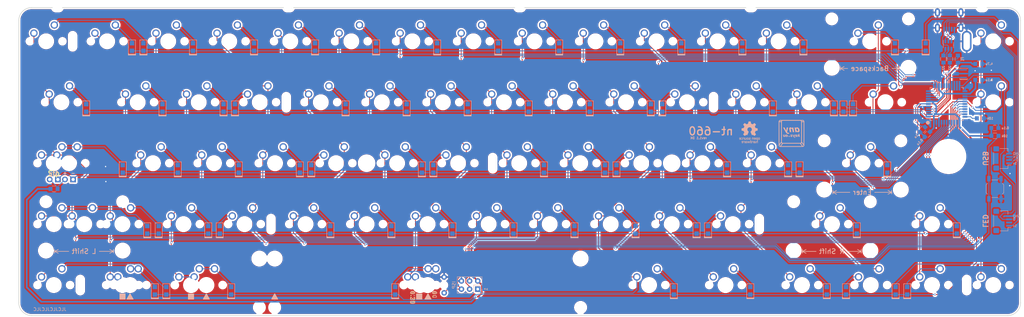
<source format=kicad_pcb>
(kicad_pcb (version 20211014) (generator pcbnew)
  (layers (0 "F.Cu" signal) (31 "B.Cu" signal) (34 "B.Paste" user) (35 "F.Paste" user) (36 "B.SilkS" user "B.Silkscreen") (37 "F.SilkS" user "F.Silkscreen") (38 "B.Mask" user) (39 "F.Mask" user) (44 "Edge.Cuts" user))
  (net 0 "")
  (net 1 "GND")
  (net 2 "Net-(C101-Pad1)")
  (net 3 "VCC")
  (net 4 "Net-(D1-Pad2)")
  (net 5 "Net-(D2-Pad2)")
  (net 6 "Net-(D3-Pad2)")
  (net 7 "Net-(D4-Pad2)")
  (net 8 "Net-(D5-Pad2)")
  (net 9 "Net-(D6-Pad2)")
  (net 10 "Net-(D7-Pad2)")
  (net 11 "Net-(D8-Pad2)")
  (net 12 "Net-(D9-Pad2)")
  (net 13 "Net-(D10-Pad2)")
  (net 14 "Net-(D11-Pad2)")
  (net 15 "Net-(D12-Pad2)")
  (net 16 "Net-(D13-Pad2)")
  (net 17 "Net-(D14-Pad2)")
  (net 18 "Net-(D15-Pad2)")
  (net 19 "row1")
  (net 20 "Net-(D16-Pad2)")
  (net 21 "Net-(D17-Pad2)")
  (net 22 "Net-(D18-Pad2)")
  (net 23 "Net-(D19-Pad2)")
  (net 24 "Net-(D20-Pad2)")
  (net 25 "Net-(D21-Pad2)")
  (net 26 "Net-(D22-Pad2)")
  (net 27 "Net-(D23-Pad2)")
  (net 28 "Net-(D24-Pad2)")
  (net 29 "Net-(D25-Pad2)")
  (net 30 "Net-(D26-Pad2)")
  (net 31 "Net-(D27-Pad2)")
  (net 32 "Net-(D28-Pad2)")
  (net 33 "Net-(D29-Pad2)")
  (net 34 "Net-(D30-Pad2)")
  (net 35 "row2")
  (net 36 "Net-(D31-Pad2)")
  (net 37 "Net-(D32-Pad2)")
  (net 38 "Net-(D33-Pad2)")
  (net 39 "Net-(D34-Pad2)")
  (net 40 "Net-(D35-Pad2)")
  (net 41 "Net-(D36-Pad2)")
  (net 42 "Net-(D37-Pad2)")
  (net 43 "Net-(D38-Pad2)")
  (net 44 "Net-(D39-Pad2)")
  (net 45 "Net-(D40-Pad2)")
  (net 46 "Net-(D41-Pad2)")
  (net 47 "Net-(D42-Pad2)")
  (net 48 "Net-(D43-Pad2)")
  (net 49 "Net-(D44-Pad2)")
  (net 50 "row3")
  (net 51 "Net-(D46-Pad2)")
  (net 52 "Net-(D47-Pad2)")
  (net 53 "Net-(D48-Pad2)")
  (net 54 "Net-(D49-Pad2)")
  (net 55 "Net-(D50-Pad2)")
  (net 56 "Net-(D51-Pad2)")
  (net 57 "Net-(D52-Pad2)")
  (net 58 "Net-(D53-Pad2)")
  (net 59 "Net-(D54-Pad2)")
  (net 60 "Net-(D55-Pad2)")
  (net 61 "Net-(D56-Pad2)")
  (net 62 "Net-(D57-Pad2)")
  (net 63 "Net-(D58-Pad2)")
  (net 64 "Net-(D59-Pad2)")
  (net 65 "row4")
  (net 66 "Net-(D61-Pad2)")
  (net 67 "Net-(D62-Pad2)")
  (net 68 "Net-(D63-Pad2)")
  (net 69 "Net-(D67-Pad2)")
  (net 70 "Net-(D70-Pad2)")
  (net 71 "Net-(D71-Pad2)")
  (net 72 "Net-(D72-Pad2)")
  (net 73 "Net-(D73-Pad2)")
  (net 74 "Net-(D74-Pad2)")
  (net 75 "Net-(D75-Pad2)")
  (net 76 "VUSB")
  (net 77 "D-")
  (net 78 "D+")
  (net 79 "RST")
  (net 80 "MOSI")
  (net 81 "SCK")
  (net 82 "MISO")
  (net 83 "col0")
  (net 84 "col1")
  (net 85 "col2")
  (net 86 "col3")
  (net 87 "col4")
  (net 88 "col5")
  (net 89 "col6")
  (net 90 "col10")
  (net 91 "col11")
  (net 92 "col12")
  (net 93 "col13")
  (net 94 "col14")
  (net 95 "Net-(R101-Pad2)")
  (net 96 "Net-(R101-Pad1)")
  (net 97 "Net-(R102-Pad2)")
  (net 98 "Net-(R102-Pad1)")
  (net 99 "Net-(U1-Pad17)")
  (net 100 "Net-(U1-Pad16)")
  (net 101 "row0")
  (net 102 "Net-(L1-Pad1)")
  (net 103 "Net-(L1-Pad2)")
  (net 104 "Net-(R104-Pad2)")
  (footprint "Keeb_switches:CHERRY_PLATE_100H" (layer "F.Cu") (at 9.505 9.505)
    (fp_text reference "K1" hide)
    (fp_text value "KEYSW" hide)
  )
  (footprint "Keeb_switches:CHERRY_PLATE_100H" (layer "F.Cu") (at 28.515 9.505)
    (fp_text reference "K2" hide)
    (fp_text value "KEYSW" hide)
  )
  (footprint "Keeb_switches:CHERRY_PLATE_100H" (layer "F.Cu") (at 47.525 9.505)
    (fp_text reference "K3" hide)
    (fp_text value "KEYSW" hide)
  )
  (footprint "Keeb_switches:CHERRY_PLATE_100H" (layer "F.Cu") (at 66.535 9.505)
    (fp_text reference "K4" hide)
    (fp_text value "KEYSW" hide)
  )
  (footprint "Keeb_switches:CHERRY_PLATE_100H" (layer "F.Cu") (at 85.545 9.505)
    (fp_text reference "K5" hide)
    (fp_text value "KEYSW" hide)
  )
  (footprint "Keeb_switches:CHERRY_PLATE_100H" (layer "F.Cu") (at 104.555 9.505)
    (fp_text reference "K6" hide)
    (fp_text value "KEYSW" hide)
  )
  (footprint "Keeb_switches:CHERRY_PLATE_100H" (layer "F.Cu") (at 123.565 9.505)
    (fp_text reference "K7" hide)
    (fp_text value "KEYSW" hide)
  )
  (footprint "Keeb_switches:CHERRY_PLATE_100H" (layer "F.Cu") (at 142.575 9.505)
    (fp_text reference "K8" hide)
    (fp_text value "KEYSW" hide)
  )
  (footprint "Keeb_switches:CHERRY_PLATE_100H" (layer "F.Cu") (at 161.585 9.505)
    (fp_text reference "K9" hide)
    (fp_text value "KEYSW" hide)
  )
  (footprint "Keeb_switches:CHERRY_PLATE_100H" (layer "F.Cu") (at 180.595 9.505)
    (fp_text reference "K10" hide)
    (fp_text value "KEYSW" hide)
  )
  (footprint "Keeb_switches:CHERRY_PLATE_100H" (layer "F.Cu") (at 199.605 9.505)
    (fp_text reference "K11" hide)
    (fp_text value "KEYSW" hide)
  )
  (footprint "Keeb_switches:CHERRY_PLATE_100H" (layer "F.Cu") (at 218.615 9.505)
    (fp_text reference "K12" hide)
    (fp_text value "KEYSW" hide)
  )
  (footprint "Keeb_switches:CHERRY_PLATE_100H" (layer "F.Cu") (at 237.625 9.505)
    (fp_text reference "K13" hide)
    (fp_text value "KEYSW" hide)
  )
  (footprint "Keeb_switches:CHERRY_PLATE_100H" (layer "F.Cu") (at 304.46 9.505)
    (fp_text reference "K15" hide)
    (fp_text value "KEYSW" hide)
  )
  (footprint "Keeb_switches:CHERRY_PLATE_150H" (layer "F.Cu") (at 14.2575 28.515)
    (fp_text reference "K16" hide)
    (fp_text value "KEYSW" hide)
  )
  (footprint "Keeb_switches:CHERRY_PLATE_100H" (layer "F.Cu") (at 38.02 28.515)
    (fp_text reference "K17" hide)
    (fp_text value "KEYSW" hide)
  )
  (footprint "Keeb_switches:CHERRY_PLATE_100H" (layer "F.Cu") (at 57.03 28.515)
    (fp_text reference "K18" hide)
    (fp_text value "KEYSW" hide)
  )
  (footprint "Keeb_switches:CHERRY_PLATE_100H" (layer "F.Cu") (at 76.04 28.515)
    (fp_text reference "K19" hide)
    (fp_text value "KEYSW" hide)
  )
  (footprint "Keeb_switches:CHERRY_PLATE_100H" (layer "F.Cu") (at 95.05 28.515)
    (fp_text reference "K20" hide)
    (fp_text value "KEYSW" hide)
  )
  (footprint "Keeb_switches:CHERRY_PLATE_100H" (layer "F.Cu") (at 114.06 28.515)
    (fp_text reference "K21" hide)
    (fp_text value "KEYSW" hide)
  )
  (footprint "Keeb_switches:CHERRY_PLATE_100H" (layer "F.Cu") (at 133.07 28.515)
    (fp_text reference "K22" hide)
    (fp_text value "KEYSW" hide)
  )
  (footprint "Keeb_switches:CHERRY_PLATE_100H" (layer "F.Cu") (at 152.08 28.515)
    (fp_text reference "K23" hide)
    (fp_text value "KEYSW" hide)
  )
  (footprint "Keeb_switches:CHERRY_PLATE_100H" (layer "F.Cu") (at 171.09 28.515)
    (fp_text reference "K24" hide)
    (fp_text value "KEYSW" hide)
  )
  (footprint "Keeb_switches:CHERRY_PLATE_100H" (layer "F.Cu") (at 190.1 28.515)
    (fp_text reference "K25" hide)
    (fp_text value "KEYSW" hide)
  )
  (footprint "Keeb_switches:CHERRY_PLATE_100H" (layer "F.Cu") (at 209.11 28.515)
    (fp_text reference "K26" hide)
    (fp_text value "KEYSW" hide)
  )
  (footprint "Keeb_switches:CHERRY_PLATE_100H" (layer "F.Cu") (at 228.12 28.515)
    (fp_text reference "K27" hide)
    (fp_text value "KEYSW" hide)
  )
  (footprint "Keeb_switches:CHERRY_PLATE_100H" (layer "F.Cu") (at 247.13 28.515)
    (fp_text reference "K28" hide)
    (fp_text value "KEYSW" hide)
  )
  (footprint "Keeb_switches:CHERRY_PLATE_100H" (layer "F.Cu") (at 304.46 28.515)
    (fp_text reference "K30" hide)
    (fp_text value "KEYSW" hide)
  )
  (footprint "Keeb_switches:CHERRY_PLATE_175H" (layer "F.Cu") (at 16.63375 47.525)
    (fp_text reference "K31" hide)
    (fp_text value "KEYSW" hide)
  )
  (footprint "Keeb_switches:CHERRY_PLATE_100H" (layer "F.Cu") (at 42.7725 47.525)
    (fp_text reference "K32" hide)
    (fp_text value "KEYSW" hide)
  )
  (footprint "Keeb_switches:CHERRY_PLATE_100H" (layer "F.Cu") (at 61.7825 47.525)
    (fp_text reference "K33" hide)
    (fp_text value "KEYSW" hide)
  )
  (footprint "Keeb_switches:CHERRY_PLATE_100H" (layer "F.Cu") (at 80.7925 47.525)
    (fp_text reference "K34" hide)
    (fp_text value "KEYSW" hide)
  )
  (footprint "Keeb_switches:CHERRY_PLATE_100H" (layer "F.Cu") (at 99.8025 47.525)
    (fp_text reference "K35" hide)
    (fp_text value "KEYSW" hide)
  )
  (footprint "Keeb_switches:CHERRY_PLATE_100H" (layer "F.Cu") (at 118.8125 47.525)
    (fp_text reference "K36" hide)
    (fp_text value "KEYSW" hide)
  )
  (footprint "Keeb_switches:CHERRY_PLATE_100H" (layer "F.Cu") (at 137.8225 47.525)
    (fp_text reference "K37" hide)
    (fp_text value "KEYSW" hide)
  )
  (footprint "Keeb_switches:CHERRY_PLATE_100H" (layer "F.Cu") (at 156.8325 47.525)
    (fp_text reference "K38" hide)
    (fp_text value "KEYSW" hide)
  )
  (footprint "Keeb_switches:CHERRY_PLATE_100H" (layer "F.Cu") (at 175.8425 47.525)
    (fp_text reference "K39" hide)
    (fp_text value "KEYSW" hide)
  )
  (footprint "Keeb_switches:CHERRY_PLATE_100H" (layer "F.Cu") (at 194.8525 47.525)
    (fp_text reference "K40" hide)
    (fp_text value "KEYSW" hide)
  )
  (footprint "Keeb_switches:CHERRY_PLATE_100H" (layer "F.Cu") (at 213.8625 47.525)
    (fp_text reference "K41" hide)
    (fp_text value "KEYSW" hide)
  )
  (footprint "Keeb_switches:CHERRY_PLATE_100H" (layer "F.Cu") (at 232.8725 47.525)
    (fp_text reference "K42" hide)
    (fp_text value "KEYSW" hide)
  )
  (footprint "Keeb_switches:CHERRY_PCB_225H" (layer "F.Cu") (at 263.76375 47.525)
    (fp_text reference "K44" hide)
    (fp_text value "KEYSW" hide)
  )
  (footprint "Keeb_switches:CHERRY_PCB_225H" (layer "F.Cu") (at 21.38625 66.535)
    (fp_text reference "K46" hide)
    (fp_text value "KEYSW" hide)
  )
  (footprint "Keeb_switches:CHERRY_PLATE_100H" (layer "F.Cu") (at 52.2775 66.535)
    (fp_text reference "K48" hide)
    (fp_text value "KEYSW" hide)
  )
  (footprint "Keeb_switches:CHERRY_PLATE_100H" (layer "F.Cu") (at 71.2875 66.535)
    (fp_text reference "K49" hide)
    (fp_text value "KEYSW" hide)
  )
  (footprint "Keeb_switches:CHERRY_PLATE_100H" (layer "F.Cu") (at 90.2975 66.535)
    (fp_text reference "K50" hide)
    (fp_text value "KEYSW" hide)
  )
  (footprint "Keeb_switches:CHERRY_PLATE_100H" (layer "F.Cu") (at 109.3075 66.535)
    (fp_text reference "K51" hide)
    (fp_text value "KEYSW" hide)
  )
  (footprint "Keeb_switches:CHERRY_PLATE_100H" (layer "F.Cu") (at 128.3175 66.535)
    (fp_text reference "K52" hide)
    (fp_text value "KEYSW" hide)
  )
  (footprint "Keeb_switches:CHERRY_PLATE_100H" (layer "F.Cu") (at 147.3275 66.535)
    (fp_text reference "K53" hide)
    (fp_text value "KEYSW" hide)
  )
  (footprint "Keeb_switches:CHERRY_PLATE_100H" (layer "F.Cu") (at 166.3375 66.535)
    (fp_text reference "K54" hide)
    (fp_text value "KEYSW" hide)
  )
  (footprint "Keeb_switches:CHERRY_PLATE_100H" (layer "F.Cu") (at 185.3475 66.535)
    (fp_text reference "K55" hide)
    (fp_text value "KEYSW" hide)
  )
  (footprint "Keeb_switches:CHERRY_PLATE_100H" (layer "F.Cu") (at 204.3575 66.535)
    (fp_text reference "K56" hide)
    (fp_text value "KEYSW" hide)
  )
  (footprint "Keeb_switches:CHERRY_PLATE_100H" (layer "F.Cu") (at 223.3675 66.535)
    (fp_text reference "K57" hide)
    (fp_text value "KEYSW" hide)
  )
  (footprint "Keeb_switches:CHERRY_PCB_225H" (layer "F.Cu") (at 254.25875 66.535)
    (fp_text reference "K58" hide)
    (fp_text value "KEYSW" hide)
  )
  (footprint "Keeb_switches:CHERRY_PLATE_100H" (layer "F.Cu") (at 285.4 66.535)
    (fp_text reference "K59" hide)
    (fp_text value "KEYSW" hide)
  )
  (footprint "Keeb_switches:CHERRY_PLATE_125H" (layer "F.Cu") (at 11.88125 85.545)
    (fp_text reference "K61" hide)
    (fp_text value "KEYSW" hide)
  )
  (footprint "Keeb_switches:CHERRY_PLATE_100H" (layer "F.Cu") (at 33.2675 85.545)
    (fp_text reference "K62" hide)
    (fp_text value "KEYSW" hide)
  )
  (footprint "Keeb_switches:CHERRY_PLATE_125H" (layer "F.Cu") (at 54.65375 85.545)
    (fp_text reference "K63" hide)
    (fp_text value "KEYSW" hide)
  )
  (footprint "Keeb_switches:CHERRY_PCB_625H_F" (layer "F.Cu") (at 125.94125 85.545)
    (fp_text reference "K67" hide)
    (fp_text value "KEYSW" hide)
  )
  (footprint "Keeb_switches:CHERRY_PLATE_125H" (layer "F.Cu") (at 197.27875 85.545)
    (fp_text reference "K70" hide)
    (fp_text value "KEYSW" hide)
  )
  (footprint "Keeb_switches:CHERRY_PLATE_125H" (layer "F.Cu") (at 221.09125 85.545)
    (fp_text reference "K71" hide)
    (fp_text value "KEYSW" hide)
  )
  (footprint "Keeb_switches:CHERRY_PLATE_125H" (layer "F.Cu") (at 244.90375 85.545)
    (fp_text reference "K72" hide)
    (fp_text value "KEYSW" hide)
  )
  (footprint "Keeb_switches:CHERRY_PLATE_100H" (layer "F.Cu") (at 266.34 85.545)
    (fp_text reference "K73" hide)
    (fp_text value "KEYSW" hide)
  )
  (footprint "Keeb_switches:CHERRY_PLATE_100H" (layer "F.Cu") (at 285.4 85.545)
    (fp_text reference "K74" hide)
    (fp_text value "KEYSW" hide)
  )
  (footprint "Keeb_switches:CHERRY_PLATE_100H" (layer "F.Cu") (at 304.46 85.545)
    (fp_text reference "K75" hide)
    (fp_text value "KEYSW" hide)
  )
  (footprint "Keeb_switches:CHERRY_PLATE_150H" (layer "F.Cu") (at 270.8925 28.515)
    (fp_text reference "K29" hide)
    (fp_text value "KEYSW" hide)
  )
  (footprint "footprints:10mm_hole" (layer "F.Cu") (at 290.5775 45.44)
    (fp_text reference "REF**" hide)
    (fp_text value "10mm_hole")
  )
  (footprint "footprints:plate_mount_tht" (layer "F.Cu") (at 304.46 9.505)
    (fp_text reference "REF**" hide)
    (fp_text value "plate_mount_tht")
  )
  (footprint "footprints:plate_mount" (layer "F.Cu") (at 76.04 28.515 180)
    (fp_text reference "REF**" hide)
    (fp_text value "plate_mount")
  )
  (footprint "footprints:plate_mount" (layer "F.Cu") (at 9.505 9.505 180)
    (fp_text reference "REF**" hide)
    (fp_text value "plate_mount")
  )
  (footprint "footprints:plate_mount" (layer "F.Cu") (at 209.11 28.515 180)
    (fp_text reference "REF**" hide)
    (fp_text value "plate_mount")
  )
  (footprint "footprints:plate_mount" (layer "F.Cu") (at 156.8325 47.525)
    (fp_text reference "REF**" hide)
    (fp_text value "plate_mount")
  )
  (footprint "footprints:plate_mount" (layer "F.Cu") (at 71.2875 66.535 180)
    (fp_text reference "REF**" hide)
    (fp_text value "plate_mount")
  )
  (footprint "footprints:plate_mount" (layer "F.Cu") (at 223.3675 66.535 180)
    (fp_text reference "REF**" hide)
    (fp_text value "plate_mount")
  )
  (footprint "footprints:plate_mount" (layer "F.Cu") (at 11.88125 85.545 180)
    (fp_text reference "REF**" hide)
    (fp_text value "plate_mount")
  )
  (footprint "footprints:plate_mount" (layer "F.Cu") (at 304.46 85.545)
    (fp_text reference "REF**" hide)
    (fp_text value "plate_mount")
  )
  (footprint "footprints:4.5mm_hole" (layer "F.Cu") (at 109.307592 47.52504)
    (fp_text reference "REF**" hide)
    (fp_text value "4.5mm_hole")
  )
  (footprint "footprints:4.5mm_hole" (layer "F.Cu") (at 204.357672 47.52504)
    (fp_text reference "REF**" hide)
    (fp_text value "4.5mm_hole")
  )
  (footprint "Keeb_switches:CHERRY_MX_LED" (layer "F.Cu") (at 16.63375 47.525)
    (fp_text reference "L1" hide)
    (fp_text value "LED" hide)
  )
  (footprint "Keeb_switches:CHERRY_PCB_200H" (layer "F.Cu") (at 266.14 9.505)
    (fp_text reference "K14" hide)
    (fp_text value "KEYSW" hide)
  )
  (footprint "footprints:2mm_hole" (layer "F.Cu") (at 13 -1)
    (fp_text reference "REF**" hide)
    (fp_text value "2mm_hole")
  )
  (footprint "footprints:2mm_hole" (layer "F.Cu") (at 85 -1)
    (fp_text reference "REF**" hide)
    (fp_text value "2mm_hole")
  )
  (footprint "footprints:2mm_hole" (layer "F.Cu") (at 157 -1)
    (fp_text reference "REF**" hide)
    (fp_text value "2mm_hole")
  )
  (footprint "footprints:2mm_hole" (layer "F.Cu") (at 300.965737 -1.000001)
    (fp_text reference "REF**" hide)
    (fp_text value "2mm_hole")
  )
  (footprint "footprints:2mm_hole" (layer "F.Cu") (at 229 -1.000001)
    (fp_text reference "REF**" hide)
    (fp_text value "2mm_hole")
  )
  (footprint "Keeb_switches:CHERRY_PLATE_175H" (layer "F.Cu") (at 11.8775 47.525)
    (fp_text reference "K31-1" hide)
    (fp_text value "KEYSW" hide)
  )
  (footprint "Keeb_switches:CHERRY_PLATE_125H" (layer "F.Cu") (at 11.88125 66.535)
    (fp_text reference "K46-1" hide)
    (fp_text value "KEYSW" hide)
  )
  (footprint "Keeb_switches:CHERRY_PLATE_125H" (layer "F.Cu") (at 35.643772 85.545064)
    (fp_text reference "K62-1" hide)
    (fp_text value "KEYSW" hide)
  )
  (footprint "" (layer "F.Cu") (at 133.455 83.015)
    (fp_text reference "")
    (fp_text value "")
  )
  (footprint "" (layer "F.Cu") (at 133.465 88.024928)
    (fp_text reference "")
    (fp_text value "")
  )
  (footprint "Keeb_switches:CHERRY_PLATE_100H" (layer "F.Cu") (at 33.2675 66.535)
    (fp_text reference "K47" hide)
    (fp_text value "KEYSW" hide)
  )
  (footprint "Keeb_switches:CHERRY_PCB_600C_H_F" (layer "F.Cu") (at 128.3176 85.545064)
    (fp_text reference "K67-1" hide)
    (fp_text value "KEYSW" hide)
  )
  (footprint "Keeb_switches:CHERRY_PLATE_125H" (layer "F.Cu") (at 59.406292 85.545064)
    (fp_text reference "K63-1" hide)
    (fp_text value "KEYSW" hide)
  )
  (footprint "Keeb_switches:CHERRY_MX_LED" (layer "F.Cu") (at 11.8775 47.5255)
    (fp_text reference "L1" hide)
    (fp_text value "LED" hide)
  )
  (footprint "Keeb_components:C_0805" (layer "B.Cu") (at 282.465737 37.050258 -135)
    (fp_text reference "C101")
    (fp_text value "1u")
  )
  (footprint "Keeb_components:C_0805" (layer "B.Cu") (at 304.965737 36.550258)
    (fp_text reference "C102")
    (fp_text value "0.1u")
  )
  (footprint "Keeb_components:C_0805" (layer "B.Cu") (at 283.965737 38.550258 -135)
    (fp_text reference "C104")
    (fp_text value "0.1u")
  )
  (footprint "Keeb_components:C_0805" (layer "B.Cu") (at 299.965737 16.550258)
    (fp_text reference "C105")
    (fp_text value "4.7u")
  )
  (footprint "Keeb_components:D_0805" (layer "B.Cu") (at 36.237843 11.287197 90)
    (fp_text reference "D2")
    (fp_text value "D" hide)
  )
  (footprint "Keeb_components:D_0805" (layer "B.Cu") (at 55.247859 11.287197 90)
    (fp_text reference "D3")
    (fp_text value "D" hide)
  )
  (footprint "Keeb_components:D_0805" (layer "B.Cu") (at 74.257875 11.287197 90)
    (fp_text reference "D4")
    (fp_text value "D" hide)
  )
  (footprint "Keeb_components:D_0805" (layer "B.Cu") (at 93.267891 11.287197 90)
    (fp_text reference "D5")
    (fp_text value "D" hide)
  )
  (footprint "Keeb_components:D_0805" (layer "B.Cu") (at 112.277907 11.287197 90)
    (fp_text reference "D6")
    (fp_text value "D" hide)
  )
  (footprint "Keeb_components:D_0805" (layer "B.Cu") (at 131.287923 11.287197 90)
    (fp_text reference "D7")
    (fp_text value "D" hide)
  )
  (footprint "Keeb_components:D_0805" (layer "B.Cu") (at 150.297939 11.287197 90)
    (fp_text reference "D8")
    (fp_text value "D" hide)
  )
  (footprint "Keeb_components:D_0805" (layer "B.Cu") (at 169.307955 11.287197 90)
    (fp_text reference "D9")
    (fp_text value "D" hide)
  )
  (footprint "Keeb_components:D_0805" (layer "B.Cu") (at 188.317971 11.275323 90)
    (fp_text reference "D10")
    (fp_text value "D" hide)
  )
  (footprint "Keeb_components:D_0805" (layer "B.Cu") (at 207.327987 11.287197 90)
    (fp_text reference "D11")
    (fp_text value "D" hide)
  )
  (footprint "Keeb_components:D_0805" (layer "B.Cu") (at 226.338003 11.287197 90)
    (fp_text reference "D12")
    (fp_text value "D" hide)
  )
  (footprint "Keeb_components:D_0805" (layer "B.Cu") (at 245.348019 11.287197 90)
    (fp_text reference "D13")
    (fp_text value "D" hide)
  )
  (footprint "Keeb_components:D_0805" (layer "B.Cu") (at 273.862999 11.287197 90)
    (fp_text reference "D14")
    (fp_text value "D" hide)
  )
  (footprint "Keeb_components:D_0805" (layer "B.Cu") (at 283.427421 11.287197 90)
    (fp_text reference "D15")
    (fp_text value "D" hide)
  )
  (footprint "Keeb_components:D_0805" (layer "B.Cu") (at 21.980331 30.297213 90)
    (fp_text reference "D16")
    (fp_text value "D" hide)
  )
  (footprint "Keeb_components:D_0805" (layer "B.Cu") (at 45.742851 30.297213 90)
    (fp_text reference "D17")
    (fp_text value "D" hide)
  )
  (footprint "Keeb_components:D_0805" (layer "B.Cu") (at 64.752867 30.297213 90)
    (fp_text reference "D18")
    (fp_text value "D" hide)
  )
  (footprint "Keeb_components:D_0805" (layer "B.Cu") (at 68.317245 30.297213 90)
    (fp_text reference "D19")
    (fp_text value "D" hide)
  )
  (footprint "Keeb_components:D_0805" (layer "B.Cu") (at 102.772899 30.297213 90)
    (fp_text reference "D20")
    (fp_text value "D" hide)
  )
  (footprint "Keeb_components:D_0805" (layer "B.Cu") (at 121.782915 30.297213 90)
    (fp_text reference "D21")
    (fp_text value "D" hide)
  )
  (footprint "Keeb_components:D_0805" (layer "B.Cu") (at 140.792931 30.297213 90)
    (fp_text reference "D22")
    (fp_text value "D" hide)
  )
  (footprint "Keeb_components:D_0805" (layer "B.Cu") (at 159.802947 30.297213 90)
    (fp_text reference "D23")
    (fp_text value "D" hide)
  )
  (footprint "Keeb_components:D_0805" (layer "B.Cu") (at 178.812963 30.297213 90)
    (fp_text reference "D24")
    (fp_text value "D" hide)
  )
  (footprint "Keeb_components:D_0805" (layer "B.Cu") (at 197.822979 30.297213 90)
    (fp_text reference "D25")
    (fp_text value "D" hide)
  )
  (footprint "Keeb_components:D_0805" (layer "B.Cu") (at 201.387357 30.297213 90)
    (fp_text reference "D26")
    (fp_text value "D" hide)
  )
  (footprint "Keeb_components:D_0805" (layer "B.Cu") (at 235.843011 30.297213 90)
    (fp_text reference "D27")
    (fp_text value "D" hide)
  )
  (footprint "Keeb_components:D_0805" (layer "B.Cu") (at 254.853027 30.297213 90)
    (fp_text reference "D28")
    (fp_text value "D" hide)
  )
  (footprint "Keeb_components:D_0805" (layer "B.Cu") (at 260.793657 30.297213 90)
    (fp_text reference "D29")
    (fp_text value "D" hide)
  )
  (footprint "Keeb_components:D_0805" (layer "B.Cu") (at 33.356583 49.307229 90)
    (fp_text reference "D31")
    (fp_text value "D" hide)
  )
  (footprint "Keeb_components:D_0805" (layer "B.Cu") (at 50.495355 49.307229 90)
    (fp_text reference "D32")
    (fp_text value "D" hide)
  )
  (footprint "Keeb_components:D_0805" (layer "B.Cu") (at 69.505371 49.307229 90)
    (fp_text reference "D33")
    (fp_text value "D" hide)
  )
  (footprint "Keeb_components:D_0805" (layer "B.Cu") (at 88.515387 49.307229 90)
    (fp_text reference "D34")
    (fp_text value "D" hide)
  )
  (footprint "Keeb_components:D_0805" (layer "B.Cu") (at 92.079765 49.307229 90)
    (fp_text reference "D35")
    (fp_text value "D" hide)
  )
  (footprint "Keeb_components:D_0805" (layer "B.Cu") (at 126.535419 49.307229 90)
    (fp_text reference "D36")
    (fp_text value "D" hide)
  )
  (footprint "Keeb_components:D_0805" (layer "B.Cu") (at 130.099797 49.307229 90)
    (fp_text reference "D37")
    (fp_text value "D" hide)
  )
  (footprint "Keeb_components:D_0805" (layer "B.Cu") (at 164.555451 49.307229 90)
    (fp_text reference "D38")
    (fp_text value "D" hide)
  )
  (footprint "Keeb_components:D_0805" (layer "B.Cu") (at 183.565467 49.307229 90)
    (fp_text reference "D39")
    (fp_text value "D" hide)
  )
  (footprint "Keeb_components:D_0805" (layer "B.Cu") (at 187.129845 49.307229 90)
    (fp_text reference "D40")
    (fp_text value "D" hide)
  )
  (footprint "Keeb_components:D_0805" (layer "B.Cu") (at 221.585499 49.307229 90)
    (fp_text reference "D41")
    (fp_text value "D" hide)
  )
  (footprint "Keeb_components:D_0805" (layer "B.Cu") (at 240.595515 49.307229 90)
    (fp_text reference "D42")
    (fp_text value "D" hide)
  )
  (footprint "Keeb_components:D_0805" (layer "B.Cu") (at 244.159893 49.307229 90)
    (fp_text reference "D43")
    (fp_text value "D" hide)
  )
  (footprint "Keeb_components:D_0805" (layer "B.Cu") (at 271.486791 49.307229 90)
    (fp_text reference "D44")
    (fp_text value "D" hide)
  )
  (footprint "Keeb_components:D_0805" (layer "B.Cu") (at 40.990347 68.317245 90)
    (fp_text reference "D46")
    (fp_text value "D" hide)
  )
  (footprint "Keeb_components:D_0805" (layer "B.Cu") (at 44.554725 68.317245 90)
    (fp_text reference "D47")
    (fp_text value "D" hide)
  )
  (footprint "Keeb_components:D_0805" (layer "B.Cu") (at 60.000363 68.317245 90)
    (fp_text reference "D48")
    (fp_text value "D" hide)
  )
  (footprint "Keeb_components:D_0805" (layer "B.Cu") (at 63.564741 68.317245 90)
    (fp_text reference "D49")
    (fp_text value "D" hide)
  )
  (footprint "Keeb_components:D_0805" (layer "B.Cu") (at 98.020395 68.317245 90)
    (fp_text reference "D50")
    (fp_text value "D" hide)
  )
  (footprint "Keeb_components:D_0805" (layer "B.Cu") (at 117.030411 68.317245 90)
    (fp_text reference "D51")
    (fp_text value "D" hide)
  )
  (footprint "Keeb_components:D_0805" (layer "B.Cu") (at 136.040427 68.317245 90)
    (fp_text reference "D52")
    (fp_text value "D" hide)
  )
  (footprint "Keeb_components:D_0805" (layer "B.Cu") (at 155.050443 68.317245 90)
    (fp_text reference "D53")
    (fp_text value "D" hide)
  )
  (footprint "Keeb_components:D_0805" (layer "B.Cu") (at 174.060459 68.317245 90)
    (fp_text reference "D54")
    (fp_text value "D" hide)
  )
  (footprint "Keeb_components:D_0805" (layer "B.Cu") (at 193.070475 68.317245 90)
    (fp_text reference "D55")
    (fp_text value "D" hide)
  )
  (footprint "Keeb_components:D_0805" (layer "B.Cu") (at 212.080491 68.317245 90)
    (fp_text reference "D56")
    (fp_text value "D" hide)
  )
  (footprint "Keeb_components:D_0805" (layer "B.Cu") (at 215.644869 68.317245 90)
    (fp_text reference "D57")
    (fp_text value "D" hide)
  )
  (footprint "Keeb_components:D_0805" (layer "B.Cu") (at 261.981749 68.317245 90)
    (fp_text reference "D58")
    (fp_text value "D" hide)
  )
  (footprint "Keeb_components:D_0805" (layer "B.Cu") (at 293.123059 68.317245 90)
    (fp_text reference "D59")
    (fp_text value "D" hide)
  )
  (footprint "Keeb_components:D_0805" (layer "B.Cu") (at 46.930977 87.327261 90)
    (fp_text reference "D61")
    (fp_text value "D" hide)
  )
  (footprint "Keeb_components:D_0805" (layer "B.Cu") (at 43.366591 87.327253 90)
    (fp_text reference "D62")
    (fp_text value "D" hide)
  )
  (footprint "Keeb_components:D_0805" (layer "B.Cu") (at 67.129111 87.327253 90)
    (fp_text reference "D63")
    (fp_text value "D" hide)
  )
  (footprint "Keeb_components:D_0805" (layer "B.Cu") (at 118.218529 87.327253 90)
    (fp_text reference "D67")
    (fp_text value "D" hide)
  )
  (footprint "Keeb_components:D_0805" (layer "B.Cu") (at 205.001735 87.327261 90)
    (fp_text reference "D70")
    (fp_text value "D" hide)
  )
  (footprint "Keeb_components:D_0805" (layer "B.Cu") (at 228.814255 87.327261 90)
    (fp_text reference "D71")
    (fp_text value "D" hide)
  )
  (footprint "Keeb_components:D_0805" (layer "B.Cu") (at 252.626775 87.327261 90)
    (fp_text reference "D72")
    (fp_text value "D" hide)
  )
  (footprint "Keeb_components:D_0805" (layer "B.Cu") (at 258.617405 87.327261 90)
    (fp_text reference "D73")
    (fp_text value "D" hide)
  )
  (footprint "Keeb_components:D_0805" (layer "B.Cu") (at 277.677421 87.327261 90)
    (fp_text reference "D74")
    (fp_text value "D" hide)
  )
  (footprint "Keeb_components:D_0805" (layer "B.Cu") (at 274.063043 87.327261 90)
    (fp_text reference "D75")
    (fp_text value "D" hide)
  )
  (footprint "Keeb_components:R_0805" (layer "B.Cu") (at 293.465737 15.050258 90)
    (fp_text reference "F1")
    (fp_text value "500mA, 1A" hide)
  )
  (footprint "Keeb_components:isp_standard" (layer "B.Cu") (at 141.386994 85.545072 90)
    (fp_text reference "J2" hide)
    (fp_text value "ISP")
  )
  (footprint "Keeb_components:R_0805" (layer "B.Cu") (at 288.965737 15.050258 90)
    (fp_text reference "R101" hide)
    (fp_text value "22")
  )
  (footprint "Keeb_components:R_0805" (layer "B.Cu") (at 290.965737 15.050258 90)
    (fp_text reference "R102" hide)
    (fp_text value "22")
  )
  (footprint "Keeb_components:R_0805" (layer "B.Cu") (at 305 39 180)
    (fp_text reference "R103" hide)
    (fp_text value "10k")
  )
  (footprint "Button_Switch_SMD:SW_SPST_TL3342" (layer "B.Cu") (at 305 55.5 90)
    (fp_text reference "SW1" hide)
    (fp_text value "Reset")
  )
  (footprint "Keeb_components:ATMEGA32U4" (layer "B.Cu") (at 289.965737 29.050258)
    (fp_text reference "U1")
    (fp_text value "ATmega32U4")
  )
  (footprint "Keeb_components:USBLC6-2SC6" (layer "B.Cu") (at 290.496807 10.693134)
    (fp_text reference "U2" hide)
    (fp_text value "USBLC6-2SC6")
  )
  (footprint "Keeb_components:U-M-M5DD-W-1" (layer "B.Cu") (at 290.75 0.5 180)
    (fp_text reference "J1")
    (fp_text value "USB_mini_micro_B" hide)
  )
  (footprint "Keeb_components:D_0805" (layer "B.Cu") (at 39.802221 11.287187 90)
    (fp_text reference "D1")
    (fp_text value "D" hide)
  )
  (footprint "Keeb_components:Resonator_SMD_muRata_CSTNExxV-3Pin-p1.2" (layer "B.Cu") (at 295.249311 19.604079 90)
    (fp_text reference "X1" hide)
    (fp_text value "CSTNE16M0V530000R0")
  )
  (footprint "Keeb_components:D_0805" (layer "B.Cu") (at 257.823342 30.297213 90)
    (fp_text reference "D30")
    (fp_text value "D" hide)
  )
  (footprint "Keeb_components:C_0805" (layer "B.Cu") (at 299.965737 21.550258)
    (fp_text reference "C103")
    (fp_text value "0.1u")
  )
  (footprint "Keeb_components:R_0805" (layer "B.Cu") (at 11.965737 55.550258)
    (fp_text reference "R1" hide)
    (fp_text value "1k" hide)
  )
  (footprint "Keeb_components:R_0805" (layer "B.Cu") (at 300.465737 33.550258 180)
    (fp_text reference "R104" hide)
    (fp_text value "10k")
  )
  (footprint "footprints:MegaMan7" (layer "B.Cu") (at 205.215 37.825 180)
    (fp_text reference "G***" hide)
    (fp_text value "LOGO" hide)
  )
  (footprint "Keeb_components:logo_new" (layer "B.Cu") (at 241.643 38.245 180)
    (fp_text reference "G***" hide)
    (fp_text value "LOGO" hide)
  )
  (footprint "Keeb_components:JST_SH_SM04B-SRSS-TB_1x04-1MP_P1.00mm_Horizontal" (layer "B.Cu") (at 307.276 65.542 90)
    (fp_text reference "J4" hide)
    (fp_text value "ai03_ud" hide)
  )
  (footprint "Keeb_components:oshw" (layer "B.Cu") (at 228.598482 37.90021 180)
    (fp_text reference "G***" hide)
    (fp_text value "LOGO" hide)
  )
  (footprint "Keeb_components:JST_SH_SM04B-SRSS-TB_1x04-1MP_P1.00mm_Horizontal" (layer "B.Cu") (at 307.276 46.055 90)
    (fp_text reference "J3" hide)
    (fp_text value "ai03_ud" hide)
  )
  (gr_line (start 1 2.999999) (end 1 91.050258) (layer "Edge.Cuts") (width 0.2))
  (gr_arc (start 312.965737 91.050258) (mid 311.794164 93.878685) (end 308.965737 95.050258) (layer "Edge.Cuts") (width 0.2))
  (gr_arc (start 1 3) (mid 2.171573 0.171573) (end 5 -1) (layer "Edge.Cuts") (width 0.2))
  (gr_line (start 4.999999 95.050258) (end 308.965737 95.050258) (layer "Edge.Cuts") (width 0.2))
  (gr_arc (start 5 95.050258) (mid 2.171573 93.878685) (end 1 91.050258) (layer "Edge.Cuts") (width 0.2))
  (gr_line (start 308.965737 -1) (end 5 -1) (layer "Edge.Cuts") (width 0.2))
  (gr_arc (start 308.965737 -1.000001) (mid 311.794164 0.171572) (end 312.965737 2.999999) (layer "Edge.Cuts") (width 0.2))
  (gr_line (start 312.965737 91.050258) (end 312.965737 2.999999) (layer "Edge.Cuts") (width 0.2))
  (gr_text "rev1.1 DK" (at 209.976588 39.686149) (layer "B.SilkS") (effects (font (size 0.7 0.7)) (justify right mirror)))
  (gr_text "D-" (at 310.5 46.555) (layer "B.SilkS") (effects (font (size 0.75 0.75) (thickness 0.1)) (justify right mirror)))
  (gr_text "▲" (at 59.406292 89) (layer "B.SilkS") (effects (font (size 2 2) (thickness 0.3))))
  (gr_text "D" (at 310.5 65.042) (layer "B.SilkS") (effects (font (size 0.75 0.75) (thickness 0.1)) (justify right mirror)))
  (gr_text "JLCJLCJLCJLC" (at 10.655 93.115) (layer "B.SilkS") (effects (font (size 1 1)) (justify mirror)))
  (gr_text "D+" (at 310.5 45.555) (layer "B.SilkS") (effects (font (size 0.75 0.75) (thickness 0.1)) (justify right mirror)))
  (gr_text "5v" (at 310.5 67.042) (layer "B.SilkS") (effects (font (size 0.75 0.75) (thickness 0.1)) (justify right mirror)))
  (gr_text "5v" (at 310.5 47.555) (layer "B.SilkS") (effects (font (size 0.75 0.75) (thickness 0.1)) (justify right mirror)))
  (gr_text "nt-660" (at 216.525031 37.550258) (layer "B.SilkS") (effects (font (size 2.5 2.5) (thickness 0.4)) (justify mirror)))
  (gr_text "▲" (at 128.415 89) (layer "B.SilkS") (effects (font (size 2 2) (thickness 0.3))))
  (gr_text "■" (at 33.2675 89) (layer "B.SilkS") (effects (font (size 2 2) (thickness 0.3))))
  (gr_text "Stp" (at 11.87146 50.718435) (layer "B.SilkS") (effects (font (size 1.25 1.25) (thickness 0.2)) (justify mirror)))
  (gr_text "USB" (at 302.014 46.055 270) (layer "B.SilkS") (effects (font (size 1.5 1.5) (thickness 0.3)) (justify mirror)))
  (gr_text "▲" (at 35.643772 89) (layer "B.SilkS") (effects (font (size 2 2) (thickness 0.3))))
  (gr_text "6u" (at 130.505 87.25 90) (layer "B.SilkS") (effects (font (size 1.25 1.25)) (justify left mirror)))
  (gr_text "LED" (at 302.014 65.542 270) (layer "B.SilkS") (effects (font (size 1.5 1.5) (thickness 0.3)) (justify mirror)))
  (gr_text "■" (at 54.65375 89) (layer "B.SilkS") (effects (font (size 2 2) (thickness 0.3))))
  (gr_text "6.25" (at 123.635 87.25 90) (layer "B.SilkS") (effects (font (size 1.25 1.25)) (justify left mirror)))
  (gr_text "■" (at 125.695 89) (layer "B.SilkS") (effects (font (size 2 2) (thickness 0.3))))
  (gr_text "▲" (at 80.6926 89) (layer "B.SilkS") (effects (font (size 2 2) (thickness 0.3))))
  (gr_text "GND" (at 310.5 44.555) (layer "B.SilkS") (effects (font (size 0.75 0.75) (thickness 0.1)) (justify right mirror)))
  (gr_text "GND" (at 310.5 64.042) (layer "B.SilkS") (effects (font (size 0.75 0.75) (thickness 0.1)) (justify right mirror)))
  (gr_text "Stp" (at 11.8775 50.725) (layer "F.SilkS") (effects (font (size 1.5 1.5) (thickness 0.3))))
  (gr_text "6u" (at 130.505686 87.227976 270) (layer "F.SilkS") (effects (font (size 1.25 1.25)) (justify left)))
  (gr_text "▲" (at 35.620216 88.997976) (layer "F.SilkS") (effects (font (size 2 2) (thickness 0.3))))
  (gr_text "■" (at 125.699026 88.995131) (layer "F.SilkS") (effects (font (size 2 2) (thickness 0.3))))
  (gr_text "■" (at 54.634797 88.997976) (layer "F.SilkS") (effects (font (size 2 2) (thickness 0.3))))
  (gr_text "▲" (at 128.432224 88.995131) (layer "F.SilkS") (effects (font (size 2 2) (thickness 0.3))))
  (gr_text "6.25" (at 123.649127 87.227976 270) (layer "F.SilkS") (effects (font (size 1.25 1.25)) (justify left)))
  (gr_text "■" (at 33.26401 88.997976) (layer "F.SilkS") (effects (font (size 2 2) (thickness 0.3))))
  (gr_text "▲" (at 80.681717 88.999959) (layer "F.SilkS") (effects (font (size 2 2) (thickness 0.3))))
  (gr_text "▲" (at 59.394333 88.997976) (layer "F.SilkS") (effects (font (size 2 2) (thickness 0.3))))
  (dimension (type aligned) (layer "B.SilkS") (pts (xy 275.183 19.000998) (xy 256.895 19.000999)) (height 1.015999) (gr_text "Backspace" (at 266.039 17.984999) (layer "B.SilkS") (effects (font (size 1.5 1.5) (thickness 0.25)) (justify mirror))) (format (units 3) (units_format 0) (precision 4) (override_value "Backspace")) (style (thickness 0.2) (arrow_length 1.27) (text_position_mode 1) (extension_height 0.58642) (extension_offset 0.5) keep_text_aligned))
  (dimension (type aligned) (layer "B.SilkS") (pts (xy 263.333 76.060998) (xy 245.045 76.060999)) (height 1.015999) (gr_text "R Shift" (at 254.189 75.044999) (layer "B.SilkS") (effects (font (size 1.5 1.5) (thickness 0.25)) (justify mirror))) (format (units 3) (units_format 0) (precision 4) (override_value "R Shift")) (style (thickness 0.2) (arrow_length 1.27) (text_position_mode 1) (extension_height 0.58642) (extension_offset 0.5) keep_text_aligned))
  (dimension (type aligned) (layer "B.SilkS") (pts (xy 272.833 57.640998) (xy 254.545 57.640999)) (height 1.015999) (gr_text "Enter" (at 263.689 56.624999) (layer "B.SilkS") (effects (font (size 1.5 1.5) (thickness 0.25)) (justify mirror))) (format (units 3) (units_format 0) (precision 4) (override_value "Enter")) (style (thickness 0.2) (arrow_length 1.27) (text_position_mode 1) (extension_height 0.58642) (extension_offset 0.5) keep_text_aligned))
  (dimension (type aligned) (layer "B.SilkS") (pts (xy 30.443 76.044999) (xy 12.155 76.045)) (height 1.015999) (gr_text "L Shift" (at 21.299 75.029) (layer "B.SilkS") (effects (font (size 1.5 1.5) (thickness 0.25)) (justify mirror))) (format (units 3) (units_format 0) (precision 4) (override_value "L Shift")) (style (thickness 0.2) (arrow_length 1.27) (text_position_mode 1) (extension_height 0.58642) (extension_offset 0.5) keep_text_aligned))
  (segment (start 301.705 32.035) (end 301.745 32.075) (width 0.25) (layer "F.Cu") (net 1))
  (segment (start 301.705 29.955) (end 301.705 32.035) (width 0.25) (layer "F.Cu") (net 1))
  (segment (start 303.885 21.575) (end 303.855 21.605) (width 0.25) (layer "F.Cu") (net 1))
  (segment (start 298.825 18.695) (end 297.425 20.095) (width 0.25) (layer "F.Cu") (net 1))
  (segment (start 28.105 53.265) (end 28.105 48.665) (width 0.25) (layer "F.Cu") (net 1))
  (segment (start 297.425 20.095) (end 297.425 22.475) (width 0.25) (layer "F.Cu") (net 1))
  (segment (start 28.105 48.665) (end 28.015 48.575) (width 0.25) (layer "F.Cu") (net 1))
  (segment (start 309.695 50.765) (end 309.695 54.455) (width 0.25) (layer "F.Cu") (net 1))
  (segment (start 309.695 54.455) (end 309.595 54.555) (width 0.25) (layer "F.Cu") (net 1))
  (segment (start 303.885 18.545) (end 303.885 21.605) (width 0.25) (layer "F.Cu") (net 1))
  (via (at 288.465737 20.550258) (size 0.6) (drill 0.4) (layers "F.Cu" "B.Cu") (net 1))
  (via (at 303.885 18.545) (size 0.6) (drill 0.4) (layers "F.Cu" "B.Cu") (net 1))
  (via (at 309.595 54.555) (size 0.6) (drill 0.4) (layers "F.Cu" "B.Cu") (net 1))
  (via (at 309.695 50.765) (size 0.6) (drill 0.4) (layers "F.Cu" "B.Cu") (net 1))
  (via (at 303.885 21.605) (size 0.6) (drill 0.4) (layers "F.Cu" "B.Cu") (net 1))
  (via (at 28.015 48.575) (size 0.6) (drill 0.4) (layers "F.Cu" "B.Cu") (net 1))
  (via (at 282.465737 30.050258) (size 0.6) (drill 0.4) (layers "F.Cu" "B.Cu") (net 1))
  (via (at 286.715737 36.550258) (size 0.6) (drill 0.4) (layers "F.Cu" "B.Cu") (net 1))
  (via (at 290.465737 39.050258) (size 0.6) (drill 0.4) (layers "F.Cu" "B.Cu") (net 1))
  (via (at 297.425 22.475) (size 0.6) (drill 0.4) (layers "F.Cu" "B.Cu") (net 1))
  (via (at 282.465737 33.550258) (size 0.6) (drill 0.4) (layers "F.Cu" "B.Cu") (net 1))
  (via (at 28.105 53.265) (size 0.6) (drill 0.4) (layers "F.Cu" "B.Cu") (net 1))
  (via (at 298.825 18.695) (size 0.6) (drill 0.4) (layers "F.Cu" "B.Cu") (net 1))
  (via (at 301.705 29.955) (size 0.6) (drill 0.4) (layers "F.Cu" "B.Cu") (net 1))
  (via (at 301.745 32.075) (size 0.6) (drill 0.4) (layers "F.Cu" "B.Cu") (net 1))
  (segment (start 293.165737 36.350258) (end 290.465737 39.050258) (width 0.25) (layer "B.Cu") (net 1))
  (segment (start 310.358 64.042) (end 309.426 64.042) (width 0.25) (layer "B.Cu") (net 1))
  (segment (start 292.35 5.75) (end 292.35 6.605697) (width 0.25) (layer "B.Cu") (net 1))
  (segment (start 293.165737 34.750258) (end 293.165737 36.350258) (width 0.25) (layer "B.Cu") (net 1))
  (segment (start 288.365737 20.650258) (end 288.465737 20.550258) (width 0.25) (layer "B.Cu") (net 1))
  (segment (start 308.795 44.555) (end 307.425 45.925) (width 0.25) (layer "B.Cu") (net 1))
  (segment (start 302.495158 4.10352) (end 307.27048 8.878842) (width 0.25) (layer "B.Cu") (net 1))
  (segment (start 307.27048 10.98048) (end 310.785 14.495) (width 0.25) (layer "B.Cu") (net 1))
  (segment (start 307.425 49.485) (end 311.515 53.575) (width 0.25) (layer "B.Cu") (net 1))
  (segment (start 292.35 6.841349) (end 292.35 6.605697) (width 0.25) (layer "B.Cu") (net 1))
  (segment (start 284.265737 29.850258) (end 282.665737 29.850258) (width 0.25) (layer "B.Cu") (net 1))
  (segment (start 290.496807 9.543134) (end 290.496807 8.694542) (width 0.25) (layer "B.Cu") (net 1))
  (segment (start 293.99648 4.10352) (end 302.495158 4.10352) (width 0.25) (layer "B.Cu") (net 1))
  (segment (start 290.496807 8.694542) (end 292.35 6.841349) (width 0.25) (layer "B.Cu") (net 1))
  (segment (start 310.785 14.495) (end 310.785 43.196) (width 0.25) (layer "B.Cu") (net 1))
  (segment (start 288.365737 23.350258) (end 288.365737 20.650258) (width 0.25) (layer "B.Cu") (net 1))
  (segment (start 311.515 62.885) (end 310.358 64.042) (width 0.25) (layer "B.Cu") (net 1))
  (segment (start 310.785 43.196) (end 309.426 44.555) (width 0.25) (layer "B.Cu") (net 1))
  (segment (start 282.665737 29.850258) (end 282.465737 30.050258) (width 0.25) (layer "B.Cu") (net 1))
  (segment (start 292.35 5.75) (end 293.99648 4.10352) (width 0.25) (layer "B.Cu") (net 1))
  (segment (start 309.426 44.555) (end 308.795 44.555) (width 0.25) (layer "B.Cu") (net 1))
  (segment (start 311.515 53.575) (end 311.515 62.885) (width 0.25) (layer "B.Cu") (net 1))
  (segment (start 307.27048 8.878842) (end 307.27048 10.98048) (width 0.25) (layer "B.Cu") (net 1))
  (segment (start 307.425 45.925) (end 307.425 49.485) (width 0.25) (layer "B.Cu") (net 1))
  (segment (start 286.765737 34.750258) (end 286.765737 36.500258) (width 0.25) (layer "B.Cu") (net 1))
  (segment (start 286.765737 36.500258) (end 286.715737 36.550258) (width 0.25) (layer "B.Cu") (net 1))
  (segment (start 280.323746 29.908267) (end 280.323746 34.533267) (width 0.25) (layer "F.Cu") (net 2))
  (segment (start 280.323746 34.533267) (end 280.340737 34.550258) (width 0.25) (layer "F.Cu") (net 2))
  (via (at 280.323746 29.908267) (size 0.6) (drill 0.4) (layers "F.Cu" "B.Cu") (net 2))
  (via (at 280.340737 34.550258) (size 0.6) (drill 0.4) (layers "F.Cu" "B.Cu") (net 2))
  (segment (start 284.265737 29.050258) (end 282.965737 29.050258) (width 0.25) (layer "B.Cu") (net 2))
  (segment (start 283.172844 36.343151) (end 282.730903 35.90121) (width 0.25) (layer "B.Cu") (net 2))
  (segment (start 280.340737 34.550258) (end 281.691689 35.90121) (width 0.25) (layer "B.Cu") (net 2))
  (segment (start 283.172844 36.343151) (end 283.172844 36.257365) (width 0.25) (layer "B.Cu") (net 2))
  (segment (start 282.965737 29.050258) (end 281.181755 29.050258) (width 0.25) (layer "B.Cu") (net 2))
  (segment (start 281.181755 29.050258) (end 280.323746 29.908267) (width 0.25) (layer "B.Cu") (net 2))
  (segment (start 282.465737 29.050258) (end 284.265737 29.050258) (width 0.25) (layer "B.Cu") (net 2))
  (segment (start 281.691689 35.90121) (end 281.816689 35.90121) (width 0.25) (layer "B.Cu") (net 2))
  (segment (start 284.265737 29.050258) (end 281.181755 29.050258) (width 0.25) (layer "B.Cu") (net 2))
  (segment (start 282.730903 35.90121) (end 281.816689 35.90121) (width 0.25) (layer "B.Cu") (net 2))
  (segment (start 282.965737 29.050258) (end 282.181755 29.050258) (width 0.25) (layer "B.Cu") (net 2))
  (segment (start 284.265737 29.050258) (end 283.265737 29.050258) (width 0.25) (layer "B.Cu") (net 2))
  (segment (start 291.040747 19.475248) (end 291.040747 20.10642) (width 0.5) (layer "F.Cu") (net 3))
  (segment (start 286.30319 32.250258) (end 285.765737 32.250258) (width 0.5) (layer "F.Cu") (net 3))
  (segment (start 145.226995 85.575073) (end 145.226995 88.025073) (width 0.5) (layer "F.Cu") (net 3))
  (segment (start 291.040747 20.10642) (end 291.040747 27.512701) (width 0.5) (layer "F.Cu") (net 3))
  (segment (start 291.040747 19.511107) (end 292.892286 17.659568) (width 0.5) (layer "F.Cu") (net 3))
  (segment (start 145.226995 88.025073) (end 144.099807 89.152261) (width 0.5) (layer "F.Cu") (net 3))
  (segment (start 300.001815 42.178473) (end 300.001815 71.174444) (width 0.5) (layer "F.Cu") (net 3))
  (segment (start 291.040747 20.10642) (end 291.040747 19.511107) (width 0.5) (layer "F.Cu") (net 3))
  (segment (start 143.926994 84.275072) (end 141.981057 82.329135) (width 0.5) (layer "F.Cu") (net 3))
  (segment (start 141.981057 74.077443) (end 142.42925 73.62925) (width 0.5) (layer "F.Cu") (net 3))
  (segment (start 143.926994 84.275072) (end 145.226995 85.575073) (width 0.5) (layer "F.Cu") (net 3))
  (segment (start 294.655248 36.831906) (end 300.001815 42.178473) (width 0.5) (layer "F.Cu") (net 3))
  (segment (start 291.040747 27.512701) (end 286.30319 32.250258) (width 0.5) (layer "F.Cu") (net 3))
  (segment (start 300.001815 71.174444) (end 299.888699 71.28756) (width 0.5) (layer "F.Cu") (net 3))
  (segment (start 141.981057 82.329135) (end 141.981057 74.077443) (width 0.5) (layer "F.Cu") (net 3))
  (segment (start 144.099807 89.152261) (end 143.465737 89.152261) (width 0.5) (layer "F.Cu") (net 3))
  (via (at 142.42925 73.62925) (size 0.6) (drill 0.4) (layers "F.Cu" "B.Cu") (net 3))
  (via (at 299.888699 71.28756) (size 0.6) (drill 0.4) (layers "F.Cu" "B.Cu") (net 3))
  (via (at 294.655248 36.831906) (size 0.6) (drill 0.4) (layers "F.Cu" "B.Cu") (net 3))
  (via (at 143.465737 89.152261) (size 0.6) (drill 0.4) (layers "F.Cu" "B.Cu") (net 3))
  (via (at 292.892286 17.659568) (size 0.6) (drill 0.4) (layers "F.Cu" "B.Cu") (net 3))
  (via (at 285.765737 32.250258) (size 0.6) (drill 0.4) (layers "F.Cu" "B.Cu") (net 3))
  (segment (start 298.965737 24.175258) (end 297.290737 25.850258) (width 0.5) (layer "B.Cu") (net 3))
  (segment (start 285.965737 32.450258) (end 285.765737 32.250258) (width 0.5) (layer "B.Cu") (net 3))
  (segment (start 303.9 39) (end 296.823342 39) (width 0.5) (layer "B.Cu") (net 3))
  (segment (start 287.119071 28.250258) (end 288.815737 26.553592) (width 0.5) (layer "B.Cu") (net 3))
  (segment (start 286.190001 32.250258) (end 285.765737 32.250258) (width 0.5) (layer "B.Cu") (net 3))
  (segment (start 292.715737 32.250258) (end 286.190001 32.250258) (width 0.5) (layer "B.Cu") (net 3))
  (segment (start 293.465737 16.150258) (end 293.465737 17.086117) (width 0.5) (layer "B.Cu") (net 3))
  (segment (start 293.965737 34.750258) (end 293.965737 36.142395) (width 0.5) (layer "B.Cu") (net 3))
  (segment (start 293.965737 34.750258) (end 293.965737 33.715256) (width 0.5) (layer "B.Cu") (net 3))
  (segment (start 8.006493 90.755) (end 141.862998 90.755) (width 0.5) (layer "B.Cu") (net 3))
  (segment (start 293.465737 16.150258) (end 293.365737 16.150258) (width 0.5) (layer "B.Cu") (net 3))
  (segment (start 296.823342 39) (end 294.655248 36.831906) (width 0.5) (layer "B.Cu") (net 3))
  (segment (start 298.965737 21.550258) (end 298.965737 24.175258) (width 0.5) (layer "B.Cu") (net 3))
  (segment (start 142.683996 73.374504) (end 142.42925 73.62925) (width 0.5) (layer "B.Cu") (net 3))
  (segment (start 284.265737 28.250258) (end 287.119071 28.250258) (width 0.5) (layer "B.Cu") (net 3))
  (segment (start 243.011438 77.822253) (end 242.128641 77.822253) (width 0.5) (layer "B.Cu") (net 3))
  (segment (start 293.465737 17.086117) (end 292.892286 17.659568) (width 0.5) (layer "B.Cu") (net 3))
  (segment (start 299.888699 71.711824) (end 298.226019 73.374504) (width 0.5) (layer "B.Cu") (net 3))
  (segment (start 293.165737 25.850258) (end 295.665737 25.850258) (width 0.5) (layer "B.Cu") (net 3))
  (segment (start 285.515737 28.250258) (end 284.265737 28.250258) (width 0.5) (layer "B.Cu") (net 3))
  (segment (start 285.965737 36.550258) (end 284.672844 37.843151) (width 0.5) (layer "B.Cu") (net 3))
  (segment (start 299.888699 71.711824) (end 299.888699 71.28756) (width 0.5) (layer "B.Cu") (net 3))
  (segment (start 296.915737 25.850258) (end 295.665737 25.850258) (width 0.5) (layer "B.Cu") (net 3))
  (segment (start 293.465737 16.150258) (end 293.16574 16.150258) (width 0.5) (layer "B.Cu") (net 3))
  (segment (start 269.720882 75.648844) (end 271.570922 73.798804) (width 0.5) (layer "B.Cu") (net 3))
  (segment (start 241.107843 77.822253) (end 236.660094 73.374504) (width 0.5) (layer "B.Cu") (net 3))
  (segment (start 285.965737 34.750258) (end 285.965737 32.450258) (width 0.5) (layer "B.Cu") (net 3))
  (segment (start 3.465737 58.950258) (end 3.465737 84.005258) (width 0.5) (layer "B.Cu") (net 3))
  (segment (start 298.226019 73.374504) (end 271.995222 73.374504) (width 0.5) (layer "B.Cu") (net 3))
  (segment (start 286.715738 31.724521) (end 286.190001 32.250258) (width 0.5) (layer "B.Cu") (net 3))
  (segment (start 297.965737 16.550258) (end 297.565737 16.150258) (width 0.5) (layer "B.Cu") (net 3))
  (segment (start 293.965737 33.500258) (end 292.715737 32.250258) (width 0.5) (layer "B.Cu") (net 3))
  (segment (start 236.660094 73.374504) (end 142.683996 73.374504) (width 0.5) (layer "B.Cu") (net 3))
  (segment (start 285.965737 34.750258) (end 285.965737 36.550258) (width 0.5) (layer "B.Cu") (net 3))
  (segment (start 3.465737 84.005258) (end 3.465737 86.050258) (width 0.5) (layer "B.Cu") (net 3))
  (segment (start 288.815737 25.850258) (end 287.565737 24.600258) (width 0.5) (layer "B.Cu") (net 3))
  (segment (start 297.290737 25.850258) (end 295.665737 25.850258) (width 0.5) (layer "B.Cu") (net 3))
  (segment (start 285.300739 28.250258) (end 286.715738 29.665257) (width 0.5) (layer "B.Cu") (net 3))
  (segment (start 293.965737 36.142395) (end 294.655248 36.831906) (width 0.5) (layer "B.Cu") (net 3))
  (segment (start 303.9 36.615995) (end 303.965737 36.550258) (width 0.5) (layer "B.Cu") (net 3))
  (segment (start 271.995222 73.374504) (end 271.570922 73.798804) (width 0.5) (layer "B.Cu") (net 3))
  (segment (start 3.465737 84.005258) (end 3.465737 86.214244) (width 0.5) (layer "B.Cu") (net 3))
  (segment (start 10.865737 55.550258) (end 6.865737 55.550258) (width 0.5) (layer "B.Cu") (net 3))
  (segment (start 298.965737 16.550258) (end 297.965737 16.550258) (width 0.5) (layer "B.Cu") (net 3))
  (segment (start 293.165737 25.850258) (end 288.815737 25.850258) (width 0.5) (layer "B.Cu") (net 3))
  (segment (start 243.011438 77.822253) (end 267.547473 77.822253) (width 0.5) (layer "B.Cu") (net 3))
  (segment (start 285.765737 32.250258) (end 284.265737 32.250258) (width 0.5) (layer "B.Cu") (net 3))
  (segment (start 6.865737 55.550258) (end 3.465737 58.950258) (width 0.5) (layer "B.Cu") (net 3))
  (segment (start 242.128641 77.822253) (end 241.107843 77.822253) (width 0.5) (layer "B.Cu") (net 3))
  (segment (start 284.265737 28.250258) (end 285.300739 28.250258) (width 0.5) (layer "B.Cu") (net 3))
  (segment (start 286.715738 29.665257) (end 286.715738 31.724521) (width 0.5) (layer "B.Cu") (net 3))
  (segment (start 288.815737 26.553592) (end 288.815737 25.850258) (width 0.5) (layer "B.Cu") (net 3))
  (segment (start 3.465737 86.214244) (end 8.006493 90.755) (width 0.5) (layer "B.Cu") (net 3))
  (segment (start 293.965737 34.750258) (end 293.965737 33.500258) (width 0.5) (layer "B.Cu") (net 3))
  (segment (start 293.465737 16.150258) (end 297.565737 16.150258) (width 0.5) (layer "B.Cu") (net 3))
  (segment (start 287.565737 24.600258) (end 287.565737 23.350258) (width 0.5) (layer "B.Cu") (net 3))
  (segment (start 141.862998 90.755) (end 143.465737 89.152261) (width 0.5) (layer "B.Cu") (net 3))
  (segment (start 285.965737 34.750258) (end 285.965737 33.050258) (width 0.5) (layer "B.Cu") (net 3))
  (segment (start 267.547473 77.822253) (end 269.720882 75.648844) (width 0.5) (layer "B.Cu") (net 3))
  (segment (start 303.9 39) (end 303.9 36.615995) (width 0.5) (layer "B.Cu") (net 3))
  (segment (start 33.522033 2.956999) (end 13.513001 2.956999) (width 0.25) (layer "B.Cu") (net 4))
  (segment (start 13.513001 2.956999) (end 13.187999 3.282001) (width 0.25) (layer "B.Cu") (net 4))
  (segment (start 39.802221 9.237187) (end 33.522033 2.956999) (width 0.25) (layer "B.Cu") (net 4))
  (segment (start 39.802221 10.087187) (end 39.802221 9.237187) (width 0.25) (layer "B.Cu") (net 4))
  (segment (start 13.187999 3.282001) (end 12.045 4.425) (width 0.25) (layer "B.Cu") (net 4))
  (segment (start 36.237843 10.087197) (end 36.237843 9.237197) (width 0.25) (layer "B.Cu") (net 5))
  (segment (start 31.425646 4.425) (end 31.055 4.425) (width 0.25) (layer "B.Cu") (net 5))
  (segment (start 36.237843 9.237197) (end 31.425646 4.425) (width 0.25) (layer "B.Cu") (net 5))
  (segment (start 50.435662 4.425) (end 50.065 4.425) (width 0.25) (layer "B.Cu") (net 6))
  (segment (start 55.247859 9.237197) (end 50.435662 4.425) (width 0.25) (layer "B.Cu") (net 6))
  (segment (start 55.247859 10.087197) (end 55.247859 9.237197) (width 0.25) (layer "B.Cu") (net 6))
  (segment (start 74.257875 9.237197) (end 69.445678 4.425) (width 0.25) (layer "B.Cu") (net 7))
  (segment (start 74.257875 10.087197) (end 74.257875 9.237197) (width 0.25) (layer "B.Cu") (net 7))
  (segment (start 69.445678 4.425) (end 69.075 4.425) (width 0.25) (layer "B.Cu") (net 7))
  (segment (start 93.267891 10.087197) (end 93.267891 9.237197) (width 0.25) (layer "B.Cu") (net 8))
  (segment (start 88.455694 4.425) (end 88.085 4.425) (width 0.25) (layer "B.Cu") (net 8))
  (segment (start 93.267891 9.237197) (end 88.455694 4.425) (width 0.25) (layer "B.Cu") (net 8))
  (segment (start 107.46571 4.425) (end 107.095 4.425) (width 0.25) (layer "B.Cu") (net 9))
  (segment (start 112.277907 9.237197) (end 107.46571 4.425) (width 0.25) (layer "B.Cu") (net 9))
  (segment (start 112.277907 10.087197) (end 112.277907 9.237197) (width 0.25) (layer "B.Cu") (net 9))
  (segment (start 131.287923 10.087197) (end 131.287923 9.237197) (width 0.25) (layer "B.Cu") (net 10))
  (segment (start 131.287923 9.237197) (end 126.475726 4.425) (width 0.25) (layer "B.Cu") (net 10))
  (segment (start 126.475726 4.425) (end 126.105 4.425) (width 0.25) (layer "B.Cu") (net 10))
  (segment (start 145.485742 4.425) (end 145.115 4.425) (width 0.25) (layer "B.Cu") (net 11))
  (segment (start 150.297939 9.237197) (end 145.485742 4.425) (width 0.25) (layer "B.Cu") (net 11))
  (segment (start 150.297939 10.087197) (end 150.297939 9.237197) (width 0.25) (layer "B.Cu") (net 11))
  (segment (start 164.495758 4.425) (end 164.125 4.425) (width 0.25) (layer "B.Cu") (net 12))
  (segment (start 169.307955 10.087197) (end 169.307955 9.237197) (width 0.25) (layer "B.Cu") (net 12))
  (segment (start 169.307955 9.237197) (end 164.495758 4.425) (width 0.25) (layer "B.Cu") (net 12))
  (segment (start 183.517648 4.425) (end 183.135 4.425) (width 0.25) (layer "B.Cu") (net 13))
  (segment (start 188.317971 10.075323) (end 188.317971 9.225323) (width 0.25) (layer "B.Cu") (net 13))
  (segment (start 188.317971 9.225323) (end 183.517648 4.425) (width 0.25) (layer "B.Cu") (net 13))
  (segment (start 202.51579 4.425) (end 202.145 4.425) (width 0.25) (layer "B.Cu") (net 14))
  (segment (start 207.327987 9.237197) (end 202.51579 4.425) (width 0.25) (layer "B.Cu") (net 14))
  (segment (start 207.327987 10.087197) (end 207.327987 9.237197) (width 0.25) (layer "B.Cu") (net 14))
  (segment (start 226.338003 9.237197) (end 221.525806 4.425) (width 0.25) (layer "B.Cu") (net 15))
  (segment (start 221.525806 4.425) (end 221.155 4.425) (width 0.25) (layer "B.Cu") (net 15))
  (segment (start 226.338003 10.087197) (end 226.338003 9.237197) (width 0.25) (layer "B.Cu") (net 15))
  (segment (start 245.348019 10.087197) (end 245.348019 9.237197) (width 0.25) (layer "B.Cu") (net 16))
  (segment (start 245.348019 9.237197) (end 240.535822 4.425) (width 0.25) (layer "B.Cu") (net 16))
  (segment (start 240.535822 4.425) (end 240.165 4.425) (width 0.25) (layer "B.Cu") (net 16))
  (segment (start 270.740802 6.965) (end 262.33 6.965) (width 0.25) (layer "B.Cu") (net 17))
  (segment (start 273.862999 10.087197) (end 270.740802 6.965) (width 0.25) (layer "B.Cu") (net 17))
  (segment (start 285.331618 2.183) (end 304.758 2.183) (width 0.25) (layer "B.Cu") (net 18))
  (segment (start 283.427421 4.087197) (end 285.331618 2.183) (width 0.25) (layer "B.Cu") (net 18))
  (segment (start 304.758 2.183) (end 307 4.425) (width 0.25) (layer "B.Cu") (net 18))
  (segment (start 283.427421 10.087197) (end 283.427421 4.087197) (width 0.25) (layer "B.Cu") (net 18))
  (segment (start 257.823342 31.497213) (end 260.793657 31.497213) (width 0.25) (layer "B.Cu") (net 19))
  (segment (start 102.772899 31.497213) (end 121.782915 31.497213) (width 0.25) (layer "B.Cu") (net 19))
  (segment (start 235.843011 31.497213) (end 254.853027 31.497213) (width 0.25) (layer "B.Cu") (net 19))
  (segment (start 64.752867 31.497213) (end 68.317245 31.497213) (width 0.25) (layer "B.Cu") (net 19))
  (segment (start 254.853027 31.497213) (end 257.823342 31.497213) (width 0.25) (layer "B.Cu") (net 19))
  (segment (start 140.792931 31.497213) (end 178.812963 31.497213) (width 0.25) (layer "B.Cu") (net 19))
  (segment (start 84.951009 32.079402) (end 83.762883 32.079402) (width 0.25) (layer "B.Cu") (net 19))
  (segment (start 197.822979 31.497213) (end 201.387357 31.497213) (width 0.25) (layer "B.Cu") (net 19))
  (segment (start 218.60331 31.497213) (end 218.021121 32.079402) (width 0.25) (layer "B.Cu") (net 19))
  (segment (start 102.772899 31.497213) (end 85.533198 31.497213) (width 0.25) (layer "B.Cu") (net 19))
  (segment (start 281.510646 31.471999) (end 283.088905 33.050258) (width 0.25) (layer "B.Cu") (net 19))
  (segment (start 235.843011 31.497213) (end 218.60331 31.497213) (width 0.25) (layer "B.Cu") (net 19))
  (segment (start 261.743657 31.497213) (end 261.768871 31.471999) (width 0.25) (layer "B.Cu") (net 19))
  (segment (start 85.533198 31.497213) (end 84.951009 32.079402) (width 0.25) (layer "B.Cu") (net 19))
  (segment (start 260.793657 31.497213) (end 261.743657 31.497213) (width 0.25) (layer "B.Cu") (net 19))
  (segment (start 83.762883 32.079402) (end 83.180694 31.497213) (width 0.25) (layer "B.Cu") (net 19))
  (segment (start 83.180694 31.497213) (end 68.317245 31.497213) (width 0.25) (layer "B.Cu") (net 19))
  (segment (start 218.021121 32.079402) (end 216.832995 32.079402) (width 0.25) (layer "B.Cu") (net 19))
  (segment (start 178.812963 31.497213) (end 197.822979 31.497213) (width 0.25) (layer "B.Cu") (net 19))
  (segment (start 21.980331 31.497213) (end 45.227853 31.497213) (width 0.25) (layer "B.Cu") (net 19))
  (segment (start 283.088905 33.050258) (end 284.265737 33.050258) (width 0.25) (layer "B.Cu") (net 19))
  (segment (start 45.742851 31.497213) (end 64.752867 31.497213) (width 0.25) (layer "B.Cu") (net 19))
  (segment (start 216.832995 32.079402) (end 216.238932 31.485339) (width 0.25) (layer "B.Cu") (net 19))
  (segment (start 216.238932 31.485339) (end 202.349231 31.485339) (width 0.25) (layer "B.Cu") (net 19))
  (segment (start 261.768871 31.471999) (end 281.510646 31.471999) (width 0.25) (layer "B.Cu") (net 19))
  (segment (start 45.227853 31.497213) (end 45.742851 31.497213) (width 0.25) (layer "B.Cu") (net 19))
  (segment (start 202.337357 31.497213) (end 201.387357 31.497213) (width 0.25) (layer "B.Cu") (net 19))
  (segment (start 121.782915 31.497213) (end 140.792931 31.497213) (width 0.25) (layer "B.Cu") (net 19))
  (segment (start 202.349231 31.485339) (end 202.337357 31.497213) (width 0.25) (layer "B.Cu") (net 19))
  (segment (start 17.168118 23.435) (end 16.7975 23.435) (width 0.25) (layer "B.Cu") (net 20))
  (segment (start 21.980331 28.247213) (end 17.168118 23.435) (width 0.25) (layer "B.Cu") (net 20))
  (segment (start 21.980331 29.097213) (end 21.980331 28.247213) (width 0.25) (layer "B.Cu") (net 20))
  (segment (start 45.742851 29.097213) (end 45.742851 28.247213) (width 0.25) (layer "B.Cu") (net 21))
  (segment (start 45.742851 28.247213) (end 40.930638 23.435) (width 0.25) (layer "B.Cu") (net 21))
  (segment (start 40.930638 23.435) (end 40.56 23.435) (width 0.25) (layer "B.Cu") (net 21))
  (segment (start 64.752867 29.097213) (end 64.752867 28.247213) (width 0.25) (layer "B.Cu") (net 22))
  (segment (start 64.752867 28.247213) (end 59.940654 23.435) (width 0.25) (layer "B.Cu") (net 22))
  (segment (start 59.940654 23.435) (end 59.57 23.435) (width 0.25) (layer "B.Cu") (net 22))
  (segment (start 70.589458 25.975) (end 70.613554 25.975) (width 0.25) (layer "B.Cu") (net 23))
  (segment (start 68.317245 28.247213) (end 70.589458 25.975) (width 0.25) (layer "B.Cu") (net 23))
  (segment (start 70.613554 25.975) (end 72.23 25.975) (width 0.25) (layer "B.Cu") (net 23))
  (segment (start 68.317245 29.097213) (end 68.317245 28.247213) (width 0.25) (layer "B.Cu") (net 23))
  (segment (start 102.772899 29.097213) (end 102.772899 28.247213) (width 0.25) (layer "B.Cu") (net 24))
  (segment (start 97.960686 23.435) (end 97.59 23.435) (width 0.25) (layer "B.Cu") (net 24))
  (segment (start 102.772899 28.247213) (end 97.960686 23.435) (width 0.25) (layer "B.Cu") (net 24))
  (segment (start 121.782915 29.097213) (end 121.782915 28.247213) (width 0.25) (layer "B.Cu") (net 25))
  (segment (start 121.782915 28.247213) (end 116.970702 23.435) (width 0.25) (layer "B.Cu") (net 25))
  (segment (start 116.970702 23.435) (end 116.6 23.435) (width 0.25) (layer "B.Cu") (net 25))
  (segment (start 135.980718 23.435) (end 135.61 23.435) (width 0.25) (layer "B.Cu") (net 26))
  (segment (start 140.792931 29.097213) (end 140.792931 28.247213) (width 0.25) (layer "B.Cu") (net 26))
  (segment (start 140.792931 28.247213) (end 135.980718 23.435) (width 0.25) (layer "B.Cu") (net 26))
  (segment (start 154.990734 23.435) (end 154.62 23.435) (width 0.25) (layer "B.Cu") (net 27))
  (segment (start 159.802947 28.247213) (end 154.990734 23.435) (width 0.25) (layer "B.Cu") (net 27))
  (segment (start 159.802947 29.097213) (end 159.802947 28.247213) (width 0.25) (layer "B.Cu") (net 27))
  (segment (start 178.812963 28.247213) (end 174.00075 23.435) (width 0.25) (layer "B.Cu") (net 28))
  (segment (start 174.00075 23.435) (end 173.63 23.435) (width 0.25) (layer "B.Cu") (net 28))
  (segment (start 178.812963 29.097213) (end 178.812963 28.247213) (width 0.25) (layer "B.Cu") (net 28))
  (segment (start 197.822979 29.097213) (end 197.822979 28.247213) (width 0.25) (layer "B.Cu") (net 29))
  (segment (start 197.822979 28.247213) (end 193.010766 23.435) (width 0.25) (layer "B.Cu") (net 29))
  (segment (start 193.010766 23.435) (end 192.64 23.435) (width 0.25) (layer "B.Cu") (net 29))
  (segment (start 201.387357 29.097213) (end 201.387357 28.247213) (width 0.25) (layer "B.Cu") (net 30))
  (segment (start 203.683554 25.975) (end 205.3 25.975) (width 0.25) (layer "B.Cu") (net 30))
  (segment (start 201.387357 28.247213) (end 203.65957 25.975) (width 0.25) (layer "B.Cu") (net 30))
  (segment (start 203.65957 25.975) (end 203.683554 25.975) (width 0.25) (layer "B.Cu") (net 30))
  (segment (start 231.030798 23.435) (end 230.66 23.435) (width 0.25) (layer "B.Cu") (net 31))
  (segment (start 235.843011 28.247213) (end 231.030798 23.435) (width 0.25) (layer "B.Cu") (net 31))
  (segment (start 235.843011 29.097213) (end 235.843011 28.247213) (width 0.25) (layer "B.Cu") (net 31))
  (segment (start 254.853027 29.097213) (end 254.853027 28.247213) (width 0.25) (layer "B.Cu") (net 32))
  (segment (start 250.040814 23.435) (end 249.67 23.435) (width 0.25) (layer "B.Cu") (net 32))
  (segment (start 254.853027 28.247213) (end 250.040814 23.435) (width 0.25) (layer "B.Cu") (net 32))
  (segment (start 263.580995 23.435) (end 273.4325 23.435) (width 0.25) (layer "B.Cu") (net 33))
  (segment (start 260.793657 29.097213) (end 260.793657 26.222338) (width 0.25) (layer "B.Cu") (net 33))
  (segment (start 260.793657 26.222338) (end 263.580995 23.435) (width 0.25) (layer "B.Cu") (net 33))
  (segment (start 296.247444 28.331965) (end 297.965737 30.050258) (width 0.25) (layer "F.Cu") (net 34))
  (segment (start 282.719263 31.796732) (end 283.838475 32.915944) (width 0.25) (layer "F.Cu") (net 34))
  (segment (start 286.100051 32.915944) (end 287.284013 32.915944) (width 0.25) (layer "F.Cu") (net 34))
  (segment (start 290.807718 29.392239) (end 291.867992 28.331965) (width 0.25) (layer "F.Cu") (net 34))
  (segment (start 283.838475 32.915944) (end 284.831423 32.915944) (width 0.25) (layer "F.Cu") (net 34))
  (segment (start 284.331423 32.915944) (end 284.831423 32.915944) (width 0.25) (layer "F.Cu") (net 34))
  (segment (start 291.867992 28.331965) (end 296.247444 28.331965) (width 0.25) (layer "F.Cu") (net 34))
  (segment (start 287.284013 32.915944) (end 290.807718 29.392239) (width 0.25) (layer "F.Cu") (net 34))
  (segment (start 284.831423 32.915944) (end 286.100051 32.915944) (width 0.25) (layer "F.Cu") (net 34))
  (segment (start 285.331423 32.915944) (end 286.100051 32.915944) (width 0.25) (layer "F.Cu") (net 34))
  (via (at 297.965737 30.050258) (size 0.6) (drill 0.4) (layers "F.Cu" "B.Cu") (net 34))
  (via (at 282.719263 31.796732) (size 0.6) (drill 0.4) (layers "F.Cu" "B.Cu") (net 34))
  (segment (start 305.356716 31.050258) (end 307 29.406974) (width 0.25) (layer "B.Cu") (net 34))
  (segment (start 257.823342 29.109087) (end 257.823342 29.097213) (width 0.25) (layer "B.Cu") (net 34))
  (segment (start 280.624719 30.891276) (end 281.813807 30.891276) (width 0.25) (layer "B.Cu") (net 34))
  (segment (start 261.981783 30.297213) (end 259.011468 30.297213) (width 0.25) (layer "B.Cu") (net 34))
  (segment (start 298.965737 31.050258) (end 305.356716 31.050258) (width 0.25) (layer "B.Cu") (net 34))
  (segment (start 297.965737 30.050258) (end 298.965737 31.050258) (width 0.25) (layer "B.Cu") (net 34))
  (segment (start 277.624719 30.891276) (end 280.624719 30.891276) (width 0.25) (layer "B.Cu") (net 34))
  (segment (start 259.011468 30.297213) (end 257.823342 29.109087) (width 0.25) (layer "B.Cu") (net 34))
  (segment (start 257.823342 29.097213) (end 258.012692 29.097213) (width 0.25) (layer "B.Cu") (net 34))
  (segment (start 307 29.406974) (end 307 25.051446) (width 0.25) (layer "B.Cu") (net 34))
  (segment (start 277.624719 30.891276) (end 262.575846 30.891276) (width 0.25) (layer "B.Cu") (net 34))
  (segment (start 262.575846 30.891276) (end 261.981783 30.297213) (width 0.25) (layer "B.Cu") (net 34))
  (segment (start 307 25.051446) (end 307 23.435) (width 0.25) (layer "B.Cu") (net 34))
  (segment (start 278.615547 30.891276) (end 277.624719 30.891276) (width 0.25) (layer "B.Cu") (net 34))
  (segment (start 281.813807 30.891276) (end 282.719263 31.796732) (width 0.25) (layer "B.Cu") (net 34))
  (segment (start 281.585862 52.277544) (end 270.566475 52.277544) (width 0.25) (layer "F.Cu") (net 35))
  (segment (start 283.756174 50.107232) (end 281.585862 52.277544) (width 0.25) (layer "F.Cu") (net 35))
  (segment (start 270.566475 52.277544) (end 270.43257 52.411449) (width 0.25) (layer "F.Cu") (net 35))
  (segment (start 283.756174 45.148788) (end 283.756174 50.107232) (width 0.25) (layer "F.Cu") (net 35))
  (via (at 270.43257 52.411449) (size 0.6) (drill 0.4) (layers "F.Cu" "B.Cu") (net 35))
  (via (at 283.756174 45.148788) (size 0.6) (drill 0.4) (layers "F.Cu" "B.Cu") (net 35))
  (segment (start 125.585419 50.507229) (end 107.525403 50.507229) (width 0.25) (layer "B.Cu") (net 35))
  (segment (start 183.565467 50.507229) (end 202.575483 50.507229) (width 0.25) (layer "B.Cu") (net 35))
  (segment (start 261.922708 50.507229) (end 244.159893 50.507229) (width 0.25) (layer "B.Cu") (net 35))
  (segment (start 271.486791 50.507229) (end 271.486791 51.357229) (width 0.25) (layer "B.Cu") (net 35))
  (segment (start 126.535419 50.507229) (end 130.099797 50.507229) (width 0.25) (layer "B.Cu") (net 35))
  (segment (start 263.826928 52.411449) (end 261.922708 50.507229) (width 0.25) (layer "B.Cu") (net 35))
  (segment (start 147.921687 51.089418) (end 147.339498 50.507229) (width 0.25) (layer "B.Cu") (net 35))
  (segment (start 149.703876 51.089418) (end 147.921687 51.089418) (width 0.25) (layer "B.Cu") (net 35))
  (segment (start 164.555451 50.507229) (end 150.286065 50.507229) (width 0.25) (layer "B.Cu") (net 35))
  (segment (start 270.43257 52.411449) (end 263.826928 52.411449) (width 0.25) (layer "B.Cu") (net 35))
  (segment (start 202.575483 50.507229) (end 221.585499 50.507229) (width 0.25) (layer "B.Cu") (net 35))
  (segment (start 69.505371 50.507229) (end 88.515387 50.507229) (width 0.25) (layer "B.Cu") (net 35))
  (segment (start 283.756174 43.480115) (end 285.104028 42.132261) (width 0.25) (layer "B.Cu") (net 35))
  (segment (start 164.555451 50.507229) (end 165.505451 50.507229) (width 0.25) (layer "B.Cu") (net 35))
  (segment (start 88.515387 50.507229) (end 107.525403 50.507229) (width 0.25) (layer "B.Cu") (net 35))
  (segment (start 50.495355 50.507229) (end 69.505371 50.507229) (width 0.25) (layer "B.Cu") (net 35))
  (segment (start 283.756174 45.148788) (end 283.756174 43.480115) (width 0.25) (layer "B.Cu") (net 35))
  (segment (start 147.339498 50.507229) (end 130.099797 50.507229) (width 0.25) (layer "B.Cu") (net 35))
  (segment (start 285.104028 42.132261) (end 291.565737 35.670552) (width 0.25) (layer "B.Cu") (net 35))
  (segment (start 221.585499 50.507229) (end 240.595515 50.507229) (width 0.25) (layer "B.Cu") (net 35))
  (segment (start 240.595515 50.507229) (end 244.159893 50.507229) (width 0.25) (layer "B.Cu") (net 35))
  (segment (start 33.356583 50.507229) (end 50.495355 50.507229) (width 0.25) (layer "B.Cu") (net 35))
  (segment (start 291.565737 34.750258) (end 291.565737 35.762976) (width 0.25) (layer "B.Cu") (net 35))
  (segment (start 150.286065 50.507229) (end 149.703876 51.089418) (width 0.25) (layer "B.Cu") (net 35))
  (segment (start 271.486791 51.357229) (end 270.43257 52.411449) (width 0.25) (layer "B.Cu") (net 35))
  (segment (start 165.505451 50.507229) (end 183.565467 50.507229) (width 0.25) (layer "B.Cu") (net 35))
  (segment (start 291.565737 35.670552) (end 291.565737 34.750258) (width 0.25) (layer "B.Cu") (net 35))
  (segment (start 126.535419 50.507229) (end 125.585419 50.507229) (width 0.25) (layer "B.Cu") (net 35))
  (segment (start 27.694354 42.445) (end 19.17375 42.445) (width 0.25) (layer "B.Cu") (net 36))
  (segment (start 33.356583 48.107229) (end 27.694354 42.445) (width 0.25) (layer "B.Cu") (net 36))
  (segment (start 19.17375 42.445) (end 14.4175 42.445) (width 0.25) (layer "B.Cu") (net 36))
  (segment (start 50.495355 47.257229) (end 45.683126 42.445) (width 0.25) (layer "B.Cu") (net 37))
  (segment (start 50.495355 48.107229) (end 50.495355 47.257229) (width 0.25) (layer "B.Cu") (net 37))
  (segment (start 45.683126 42.445) (end 45.3125 42.445) (width 0.25) (layer "B.Cu") (net 37))
  (segment (start 64.693142 42.445) (end 64.3225 42.445) (width 0.25) (layer "B.Cu") (net 38))
  (segment (start 69.505371 47.257229) (end 64.693142 42.445) (width 0.25) (layer "B.Cu") (net 38))
  (segment (start 69.505371 48.107229) (end 69.505371 47.257229) (width 0.25) (layer "B.Cu") (net 38))
  (segment (start 88.515387 48.107229) (end 88.515387 47.257229) (width 0.25) (layer "B.Cu") (net 39))
  (segment (start 88.515387 47.257229) (end 83.703158 42.445) (width 0.25) (layer "B.Cu") (net 39))
  (segment (start 83.703158 42.445) (end 83.3325 42.445) (width 0.25) (layer "B.Cu") (net 39))
  (segment (start 92.079765 48.107229) (end 92.079765 47.257229) (width 0.25) (layer "B.Cu") (net 40))
  (segment (start 92.079765 47.257229) (end 94.351994 44.985) (width 0.25) (layer "B.Cu") (net 40))
  (segment (start 94.376054 44.985) (end 95.9925 44.985) (width 0.25) (layer "B.Cu") (net 40))
  (segment (start 94.351994 44.985) (end 94.376054 44.985) (width 0.25) (layer "B.Cu") (net 40))
  (segment (start 126.535419 47.257229) (end 121.72319 42.445) (width 0.25) (layer "B.Cu") (net 41))
  (segment (start 126.535419 48.107229) (end 126.535419 47.257229) (width 0.25) (layer "B.Cu") (net 41))
  (segment (start 121.72319 42.445) (end 121.3525 42.445) (width 0.25) (layer "B.Cu") (net 41))
  (segment (start 132.396054 44.985) (end 134.0125 44.985) (width 0.25) (layer "B.Cu") (net 42))
  (segment (start 130.099797 47.257229) (end 132.372026 44.985) (width 0.25) (layer "B.Cu") (net 42))
  (segment (start 130.099797 48.107229) (end 130.099797 47.257229) (width 0.25) (layer "B.Cu") (net 42))
  (segment (start 132.372026 44.985) (end 132.396054 44.985) (width 0.25) (layer "B.Cu") (net 42))
  (segment (start 164.555451 48.107229) (end 164.555451 47.257229) (width 0.25) (layer "B.Cu") (net 43))
  (segment (start 159.743222 42.445) (end 159.3725 42.445) (width 0.25) (layer "B.Cu") (net 43))
  (segment (start 164.555451 47.257229) (end 159.743222 42.445) (width 0.25) (layer "B.Cu") (net 43))
  (segment (start 178.753238 42.445) (end 178.3825 42.445) (width 0.25) (layer "B.Cu") (net 44))
  (segment (start 183.565467 48.107229) (end 183.565467 47.257229) (width 0.25) (layer "B.Cu") (net 44))
  (segment (start 183.565467 47.257229) (end 178.753238 42.445) (width 0.25) (layer "B.Cu") (net 44))
  (segment (start 189.402074 44.985) (end 189.426054 44.985) (width 0.25) (layer "B.Cu") (net 45))
  (segment (start 187.129845 47.257229) (end 189.402074 44.985) (width 0.25) (layer "B.Cu") (net 45))
  (segment (start 189.426054 44.985) (end 191.0425 44.985) (width 0.25) (layer "B.Cu") (net 45))
  (segment (start 187.129845 48.107229) (end 187.129845 47.257229) (width 0.25) (layer "B.Cu") (net 45))
  (segment (start 216.77327 42.445) (end 216.4025 42.445) (width 0.25) (layer "B.Cu") (net 46))
  (segment (start 221.585499 48.107229) (end 221.585499 47.257229) (width 0.25) (layer "B.Cu") (net 46))
  (segment (start 221.585499 47.257229) (end 216.77327 42.445) (width 0.25) (layer "B.Cu") (net 46))
  (segment (start 235.783286 42.445) (end 235.4125 42.445) (width 0.25) (layer "B.Cu") (net 47))
  (segment (start 240.595515 47.257229) (end 235.783286 42.445) (width 0.25) (layer "B.Cu") (net 47))
  (segment (start 240.595515 48.107229) (end 240.595515 47.257229) (width 0.25) (layer "B.Cu") (net 47))
  (segment (start 266.674562 42.445) (end 266.30375 42.445) (width 0.25) (layer "B.Cu") (net 49))
  (segment (start 271.486791 47.257229) (end 266.674562 42.445) (width 0.25) (layer "B.Cu") (net 49))
  (segment (start 271.486791 48.107229) (end 271.486791 47.257229) (width 0.25) (layer "B.Cu") (net 49))
  (segment (start 282.773988 68.935056) (end 283.356177 69.517245) (width 0.25) (layer "F.Cu") (net 50))
  (segment (start 282.773988 65.729038) (end 282.773988 68.935056) (width 0.25) (layer "F.Cu") (net 50))
  (segment (start 284.556177 45.148788) (end 284.556177 63.946849) (width 0.25) (layer "F.Cu") (net 50))
  (segment (start 284.556177 63.946849) (end 282.773988 65.729038) (width 0.25) (layer "F.Cu") (net 50))
  (via (at 284.556177 45.148788) (size 0.6) (drill 0.4) (layers "F.Cu" "B.Cu") (net 50))
  (via (at 283.356177 69.517245) (size 0.6) (drill 0.4) (layers "F.Cu" "B.Cu") (net 50))
  (segment (start 40.990347 69.517245) (end 44.554725 69.517245) (width 0.25) (layer "B.Cu") (net 50))
  (segment (start 283.356177 69.517245) (end 293.123059 69.517245) (width 0.25) (layer "B.Cu") (net 50))
  (segment (start 174.060459 69.517245) (end 193.070475 69.517245) (width 0.25) (layer "B.Cu") (net 50))
  (segment (start 44.554725 69.517245) (end 60.000363 69.517245) (width 0.25) (layer "B.Cu") (net 50))
  (segment (start 98.020395 69.517245) (end 117.030411 69.517245) (width 0.25) (layer "B.Cu") (net 50))
  (segment (start 284.556177 43.580321) (end 284.556177 45.148788) (width 0.25) (layer "B.Cu") (net 50))
  (segment (start 63.564741 69.517245) (end 77.834127 69.517245) (width 0.25) (layer "B.Cu") (net 50))
  (segment (start 80.780694 69.517245) (end 98.020395 69.517245) (width 0.25) (layer "B.Cu") (net 50))
  (segment (start 292.365737 35.770761) (end 284.556177 43.580321) (width 0.25) (layer "B.Cu") (net 50))
  (segment (start 261.981783 69.517245) (end 283.356177 69.517245) (width 0.25) (layer "B.Cu") (net 50))
  (segment (start 292.365737 34.750258) (end 292.365737 35.770761) (width 0.25) (layer "B.Cu") (net 50))
  (segment (start 231.090507 70.099434) (end 232.278633 70.099434) (width 0.25) (layer "B.Cu") (net 50))
  (segment (start 230.508318 69.517245) (end 231.090507 70.099434) (width 0.25) (layer "B.Cu") (net 50))
  (segment (start 155.050443 69.517245) (end 156.000443 69.517245) (width 0.25) (layer "B.Cu") (net 50))
  (segment (start 77.834127 69.517245) (end 78.416316 70.099434) (width 0.25) (layer "B.Cu") (net 50))
  (segment (start 60.000363 69.517245) (end 63.564741 69.517245) (width 0.25) (layer "B.Cu") (net 50))
  (segment (start 136.040427 69.517245) (end 155.050443 69.517245) (width 0.25) (layer "B.Cu") (net 50))
  (segment (start 117.980411 69.517245) (end 136.040427 69.517245) (width 0.25) (layer "B.Cu") (net 50))
  (segment (start 193.070475 69.517245) (end 212.080491 69.517245) (width 0.25) (layer "B.Cu") (net 50))
  (segment (start 232.278633 70.099434) (end 232.860822 69.517245) (width 0.25) (layer "B.Cu") (net 50))
  (segment (start 232.860822 69.517245) (end 261.981783 69.517245) (width 0.25) (layer "B.Cu") (net 50))
  (segment (start 80.198505 70.099434) (end 80.780694 69.517245) (width 0.25) (layer "B.Cu") (net 50))
  (segment (start 215.644869 69.517245) (end 230.508318 69.517245) (width 0.25) (layer "B.Cu") (net 50))
  (segment (start 156.000443 69.517245) (end 174.060459 69.517245) (width 0.25) (layer "B.Cu") (net 50))
  (segment (start 117.030411 69.517245) (end 117.980411 69.517245) (width 0.25) (layer "B.Cu") (net 50))
  (segment (start 78.416316 70.099434) (end 80.198505 70.099434) (width 0.25) (layer "B.Cu") (net 50))
  (segment (start 212.080491 69.517245) (end 215.644869 69.517245) (width 0.25) (layer "B.Cu") (net 50))
  (segment (start 35.025 63.555) (end 37.428102 63.555) (width 0.25) (layer "B.Cu") (net 51))
  (segment (start 14.42125 61.455) (end 23.92625 61.455) (width 0.25) (layer "B.Cu") (net 51))
  (segment (start 32.925 61.455) (end 35.025 63.555) (width 0.25) (layer "B.Cu") (net 51))
  (segment (start 23.92625 61.455) (end 32.925 61.455) (width 0.25) (layer "B.Cu") (net 51))
  (segment (start 37.428102 63.555) (end 40.990347 67.117245) (width 0.25) (layer "B.Cu") (net 51))
  (segment (start 38.89248 61.455) (end 35.8075 61.455) (width 0.25) (layer "B.Cu") (net 52))
  (segment (start 44.554725 67.117245) (end 38.89248 61.455) (width 0.25) (layer "B.Cu") (net 52))
  (segment (start 55.188118 61.455) (end 54.8175 61.455) (width 0.25) (layer "B.Cu") (net 53))
  (segment (start 60.000363 67.117245) (end 60.000363 66.267245) (width 0.25) (layer "B.Cu") (net 53))
  (segment (start 60.000363 66.267245) (end 55.188118 61.455) (width 0.25) (layer "B.Cu") (net 53))
  (segment (start 63.564741 67.117245) (end 63.564741 66.267245) (width 0.25) (layer "B.Cu") (net 54))
  (segment (start 65.836986 63.995) (end 65.861054 63.995) (width 0.25) (layer "B.Cu") (net 54))
  (segment (start 63.564741 66.267245) (end 65.836986 63.995) (width 0.25) (layer "B.Cu") (net 54))
  (segment (start 65.861054 63.995) (end 67.4775 63.995) (width 0.25) (layer "B.Cu") (net 54))
  (segment (start 93.20815 61.455) (end 92.8375 61.455) (width 0.25) (layer "B.Cu") (net 55))
  (segment (start 98.020395 67.117245) (end 98.020395 66.267245) (width 0.25) (layer "B.Cu") (net 55))
  (segment (start 98.020395 66.267245) (end 93.20815 61.455) (width 0.25) (layer "B.Cu") (net 55))
  (segment (start 117.030411 67.117245) (end 117.030411 66.267245) (width 0.25) (layer "B.Cu") (net 56))
  (segment (start 117.030411 66.267245) (end 112.218166 61.455) (width 0.25) (layer "B.Cu") (net 56))
  (segment (start 112.218166 61.455) (end 111.8475 61.455) (width 0.25) (layer "B.Cu") (net 56))
  (segment (start 136.040427 67.117245) (end 136.040427 66.267245) (width 0.25) (layer "B.Cu") (net 57))
  (segment (start 136.040427 66.267245) (end 131.228182 61.455) (width 0.25) (layer "B.Cu") (net 57))
  (segment (start 131.228182 61.455) (end 130.8575 61.455) (width 0.25) (layer "B.Cu") (net 57))
  (segment (start 150.238198 61.455) (end 149.8675 61.455) (width 0.25) (layer "B.Cu") (net 58))
  (segment (start 155.050443 67.117245) (end 155.050443 66.267245) (width 0.25) (layer "B.Cu") (net 58))
  (segment (start 155.050443 66.267245) (end 150.238198 61.455) (width 0.25) (layer "B.Cu") (net 58))
  (segment (start 174.060459 66.267245) (end 169.248214 61.455) (width 0.25) (layer "B.Cu") (net 59))
  (segment (start 169.248214 61.455) (end 168.8775 61.455) (width 0.25) (layer "B.Cu") (net 59))
  (segment (start 174.060459 67.117245) (end 174.060459 66.267245) (width 0.25) (layer "B.Cu") (net 59))
  (segment (start 193.070475 66.267245) (end 188.25823 61.455) (width 0.25) (layer "B.Cu") (net 60))
  (segment (start 193.070475 67.117245) (end 193.070475 66.267245) (width 0.25) (layer "B.Cu") (net 60))
  (segment (start 188.25823 61.455) (end 187.8875 61.455) (width 0.25) (layer "B.Cu") (net 60))
  (segment (start 212.080491 67.117245) (end 212.080491 66.267245) (width 0.25) (layer "B.Cu") (net 61))
  (segment (start 207.268246 61.455) (end 206.8975 61.455) (width 0.25) (layer "B.Cu") (net 61))
  (segment (start 212.080491 66.267245) (end 207.268246 61.455) (width 0.25) (layer "B.Cu") (net 61))
  (segment (start 215.644869 67.117245) (end 215.644869 66.267245) (width 0.25) (layer "B.Cu") (net 62))
  (segment (start 217.917114 63.995) (end 217.941054 63.995) (width 0.25) (layer "B.Cu") (net 62))
  (segment (start 215.644869 66.267245) (end 217.917114 63.995) (width 0.25) (layer "B.Cu") (net 62))
  (segment (start 217.941054 63.995) (end 219.5575 63.995) (width 0.25) (layer "B.Cu") (net 62))
  (segment (start 261.981749 66.637999) (end 261.981749 67.117245) (width 0.25) (layer "B.Cu") (net 63))
  (segment (start 256.79875 61.455) (end 261.981749 66.637999) (width 0.25) (layer "B.Cu") (net 63))
  (segment (start 288.310814 61.455) (end 287.94 61.455) (width 0.25) (layer "B.Cu") (net 64))
  (segment (start 293.123059 66.267245) (end 288.310814 61.455) (width 0.25) (layer "B.Cu") (net 64))
  (segment (start 293.123059 67.117245) (end 293.123059 66.267245) (width 0.25) (layer "B.Cu") (net 64))
  (segment (start 299.263699 70.549444) (end 299.263699 72.030994) (width 0.25) (layer "F.Cu") (net 65))
  (segment (start 293.917132 37.070182) (end 299.263699 42.41675) (width 0.25) (layer "F.Cu") (net 65))
  (segment (start 299.263699 78.501635) (end 289.249947 88.515387) (width 0.25) (layer "F.Cu") (net 65))
  (segment (start 294.393914 32.199465) (end 293.917132 32.676247) (width 0.25) (layer "F.Cu") (net 65))
  (segment (start 289.249947 88.515387) (end 286.338366 88.515387) (width 0.25) (layer "F.Cu") (net 65))
  (segment (start 299.263699 74.995991) (end 299.263699 76.77818) (width 0.25) (layer "F.Cu") (net 65))
  (segment (start 299.263699 42.41675) (end 299.263699 70.549444) (width 0.25) (layer "F.Cu") (net 65))
  (segment (start 299.263699 70.549444) (end 299.263699 74.995991) (width 0.25) (layer "F.Cu") (net 65))
  (segment (start 299.263699 76.77818) (end 299.263699 78.501635) (width 0.25) (layer "F.Cu") (net 65))
  (segment (start 293.917132 32.676247) (end 293.917132 37.070182) (width 0.25) (layer "F.Cu") (net 65))
  (via (at 294.393914 32.199465) (size 0.6) (drill 0.4) (layers "F.Cu" "B.Cu") (net 65))
  (via (at 286.338366 88.515387) (size 0.6) (drill 0.4) (layers "F.Cu" "B.Cu") (net 65))
  (segment (start 143.207544 88.527261) (end 205.001735 88.527261) (width 0.25) (layer "B.Cu") (net 65))
  (segment (start 205.001735 88.527261) (end 228.814255 88.527261) (width 0.25) (layer "B.Cu") (net 65))
  (segment (start 252.626775 88.527261) (end 251.676775 88.527261) (width 0.25) (layer "B.Cu") (net 65))
  (segment (start 294.444707 32.250258) (end 294.393914 32.199465) (width 0.25) (layer "B.Cu") (net 65))
  (segment (start 120.805 90.055) (end 141.679805 90.055) (width 0.25) (layer "B.Cu") (net 65))
  (segment (start 119.277261 88.527261) (end 120.805 90.055) (width 0.25) (layer "B.Cu") (net 65))
  (segment (start 43.366599 88.527261) (end 46.930977 88.527261) (width 0.25) (layer "B.Cu") (net 65))
  (segment (start 251.676775 88.527261) (end 228.814255 88.527261) (width 0.25) (layer "B.Cu") (net 65))
  (segment (start 252.626775 88.527261) (end 258.617405 88.527261) (width 0.25) (layer "B.Cu") (net 65))
  (segment (start 43.366591 88.527253) (end 43.366599 88.527261) (width 0.25) (layer "B.Cu") (net 65))
  (segment (start 286.338366 88.515387) (end 277.689295 88.515387) (width 0.25) (layer "B.Cu") (net 65))
  (segment (start 274.063043 88.527261) (end 275.013043 88.527261) (width 0.25) (layer "B.Cu") (net 65))
  (segment (start 275.013043 88.527261) (end 277.677421 88.527261) (width 0.25) (layer "B.Cu") (net 65))
  (segment (start 258.617405 88.527261) (end 274.063043 88.527261) (width 0.25) (layer "B.Cu") (net 65))
  (segment (start 141.679805 90.055) (end 143.207544 88.527261) (width 0.25) (layer "B.Cu") (net 65))
  (segment (start 277.689295 88.515387) (end 277.677421 88.527261) (width 0.25) (layer "B.Cu") (net 65))
  (segment (start 46.930977 88.527261) (end 119.277261 88.527261) (width 0.25) (layer "B.Cu") (net 65))
  (segment (start 295.665737 32.250258) (end 294.444707 32.250258) (width 0.25) (layer "B.Cu") (net 65))
  (segment (start 46.930977 86.127261) (end 45.980977 86.127261) (width 0.25) (layer "B.Cu") (net 66))
  (segment (start 38.850715 78.996999) (end 15.889251 78.996999) (width 0.25) (layer "B.Cu") (net 66))
  (segment (start 15.889251 78.996999) (end 15.564249 79.322001) (width 0.25) (layer "B.Cu") (net 66))
  (segment (start 45.980977 86.127261) (end 38.850715 78.996999) (width 0.25) (layer "B.Cu") (net 66))
  (segment (start 15.564249 79.322001) (end 14.42125 80.465) (width 0.25) (layer "B.Cu") (net 66))
  (segment (start 35.8075 80.465) (end 38.183708 80.465) (width 0.25) (layer "B.Cu") (net 67))
  (segment (start 43.366591 86.127253) (end 43.366591 85.545064) (width 0.25) (layer "B.Cu") (net 67))
  (segment (start 43.366591 85.545064) (end 43.263772 85.545064) (width 0.25) (layer "B.Cu") (net 67))
  (segment (start 38.183708 80.465) (end 38.183772 80.465064) (width 0.25) (layer "B.Cu") (net 67))
  (segment (start 43.263772 85.545064) (end 38.183772 80.465064) (width 0.25) (layer "B.Cu") (net 67))
  (segment (start 57.19375 80.465) (end 57.193814 80.465064) (width 0.25) (layer "B.Cu") (net 68))
  (segment (start 61.946292 80.465064) (end 67.129111 85.647883) (width 0.25) (layer "B.Cu") (net 68))
  (segment (start 57.193814 80.465064) (end 61.946292 80.465064) (width 0.25) (layer "B.Cu") (net 68))
  (segment (start 67.129111 85.647883) (end 67.129111 86.127253) (width 0.25) (layer "B.Cu") (net 68))
  (segment (start 122.498608 80.465) (end 128.48125 80.465) (width 0.25) (layer "B.Cu") (net 69))
  (segment (start 118.218529 84.745079) (end 122.498608 80.465) (width 0.25) (layer "B.Cu") (net 69))
  (segment (start 118.218529 86.127253) (end 118.218529 84.745079) (width 0.25) (layer "B.Cu") (net 69))
  (segment (start 130.8576 80.465064) (end 128.481314 80.465064) (width 0.25) (layer "B.Cu") (net 69))
  (segment (start 128.481314 80.465064) (end 128.48125 80.465) (width 0.25) (layer "B.Cu") (net 69))
  (segment (start 205.001735 86.127261) (end 205.001735 85.277261) (width 0.25) (layer "B.Cu") (net 70))
  (segment (start 200.189474 80.465) (end 199.81875 80.465) (width 0.25) (layer "B.Cu") (net 70))
  (segment (start 205.001735 85.277261) (end 200.189474 80.465) (width 0.25) (layer "B.Cu") (net 70))
  (segment (start 224.001994 80.465) (end 223.63125 80.465) (width 0.25) (layer "B.Cu") (net 71))
  (segment (start 228.814255 86.127261) (end 228.814255 85.277261) (width 0.25) (layer "B.Cu") (net 71))
  (segment (start 228.814255 85.277261) (end 224.001994 80.465) (width 0.25) (layer "B.Cu") (net 71))
  (segment (start 252.626775 85.277261) (end 247.814514 80.465) (width 0.25) (layer "B.Cu") (net 72))
  (segment (start 252.626775 86.127261) (end 252.626775 85.277261) (width 0.25) (layer "B.Cu") (net 72))
  (segment (start 247.814514 80.465) (end 247.44375 80.465) (width 0.25) (layer "B.Cu") (net 72))
  (segment (start 260.889666 83.005) (end 260.913554 83.005) (width 0.25) (layer "B.Cu") (net 73))
  (segment (start 260.913554 83.005) (end 262.53 83.005) (width 0.25) (layer "B.Cu") (net 73))
  (segment (start 258.617405 85.277261) (end 260.889666 83.005) (width 0.25) (layer "B.Cu") (net 73))
  (segment (start 258.617405 86.127261) (end 258.617405 85.277261) (width 0.25) (layer "B.Cu") (net 73))
  (segment (start 277.677421 86.127261) (end 277.677421 84.744937) (width 0.25) (layer "B.Cu") (net 74))
  (segment (start 286.323554 80.465) (end 287.94 80.465) (width 0.25) (layer "B.Cu") (net 74))
  (segment (start 277.677421 84.744937) (end 281.957358 80.465) (width 0.25) (layer "B.Cu") (net 74))
  (segment (start 281.957358 80.465) (end 286.323554 80.465) (width 0.25) (layer "B.Cu") (net 74))
  (segment (start 305.531999 78.996999) (end 305.857001 79.322001) (width 0.25) (layer "B.Cu") (net 75))
  (segment (start 280.343305 78.996999) (end 305.531999 78.996999) (width 0.25) (layer "B.Cu") (net 75))
  (segment (start 274.063043 86.127261) (end 274.063043 85.277261) (width 0.25) (layer "B.Cu") (net 75))
  (segment (start 274.063043 85.277261) (end 280.343305 78.996999) (width 0.25) (layer "B.Cu") (net 75))
  (segment (start 305.857001 79.322001) (end 307 80.465) (width 0.25) (layer "B.Cu") (net 75))
  (segment (start 293.465737 14.700258) (end 293.465737 13.950258) (width 0.25) (layer "B.Cu") (net 76))
  (segment (start 307.302367 7.145) (end 309.705 7.145) (width 0.25) (layer "B.Cu") (net 76))
  (segment (start 290.196807 10.693134) (end 290.496807 10.993134) (width 0.25) (layer "B.Cu") (net 76))
  (segment (start 288.714618 10.195947) (end 289.211805 10.693134) (width 0.25) (layer "B.Cu") (net 76))
  (segment (start 289.965737 14.68526) (end 290.330735 15.050258) (width 0.25) (layer "B.Cu") (net 76))
  (segment (start 293.115737 15.050258) (end 293.465737 14.700258) (width 0.25) (layer "B.Cu") (net 76))
  (segment (start 290.496807 10.993134) (end 290.496807 11.843134) (width 0.25) (layer "B.Cu") (net 76))
  (segment (start 288.714618 8.301377) (end 288.714618 10.195947) (width 0.25) (layer "B.Cu") (net 76))
  (segment (start 310.350999 67.042) (end 309.426 67.042) (width 0.25) (layer "B.Cu") (net 76))
  (segment (start 289.15 5.75) (end 289.15 7.865995) (width 0.25) (layer "B.Cu") (net 76))
  (segment (start 312.13904 45.442188) (end 312.13904 65.253959) (width 0.25) (layer "B.Cu") (net 76))
  (segment (start 290.496807 12.634188) (end 289.965737 13.165258) (width 0.25) (layer "B.Cu") (net 76))
  (segment (start 290.14452 2.83148) (end 302.988847 2.83148) (width 0.25) (layer "B.Cu") (net 76))
  (segment (start 312.13904 65.253959) (end 310.350999 67.042) (width 0.25) (layer "B.Cu") (net 76))
  (segment (start 289.15 5.75) (end 289.15 3.826) (width 0.25) (layer "B.Cu") (net 76))
  (segment (start 289.211805 10.693134) (end 290.196807 10.693134) (width 0.25) (layer "B.Cu") (net 76))
  (segment (start 310.026228 47.555) (end 309.426 47.555) (width 0.25) (layer "B.Cu") (net 76))
  (segment (start 312.13904 9.57904) (end 312.13904 45.442188) (width 0.25) (layer "B.Cu") (net 76))
  (segment (start 290.330735 15.050258) (end 293.115737 15.050258) (width 0.25) (layer "B.Cu") (net 76))
  (segment (start 290.496807 11.843134) (end 290.496807 12.634188) (width 0.25) (layer "B.Cu") (net 76))
  (segment (start 289.15 3.826) (end 290.14452 2.83148) (width 0.25) (layer "B.Cu") (net 76))
  (segment (start 312.13904 45.442188) (end 310.026228 47.555) (width 0.25) (layer "B.Cu") (net 76))
  (segment (start 289.965737 13.165258) (end 289.965737 14.68526) (width 0.25) (layer "B.Cu") (net 76))
  (segment (start 302.988847 2.83148) (end 307.302367 7.145) (width 0.25) (layer "B.Cu") (net 76))
  (segment (start 309.705 7.145) (end 312.13904 9.57904) (width 0.25) (layer "B.Cu") (net 76))
  (segment (start 289.15 7.865995) (end 288.714618 8.301377) (width 0.25) (layer "B.Cu") (net 76))
  (segment (start 291.127579 8.353591) (end 289.902744 7.128756) (width 0.25) (layer "F.Cu") (net 77))
  (segment (start 291.721642 8.353591) (end 291.127579 8.353591) (width 0.25) (layer "F.Cu") (net 77))
  (via (at 291.721642 8.353591) (size 0.6) (drill 0.4) (layers "F.Cu" "B.Cu") (net 77))
  (via (at 289.902744 7.128756) (size 0.6) (drill 0.4) (layers "F.Cu" "B.Cu") (net 77))
  (segment (start 289.95 5.75) (end 289.95 3.648) (width 0.2) (layer "B.Cu") (net 77))
  (segment (start 308.115 10.589986) (end 311.71452 14.189506) (width 0.2) (layer "B.Cu") (net 77))
  (segment (start 311.71452 44.831352) (end 310.391352 46.15452) (width 0.2) (layer "B.Cu") (net 77))
  (segment (start 302.813006 3.256) (end 308.115 8.557994) (width 0.2) (layer "B.Cu") (net 77))
  (segment (start 289.95 7.0815) (end 289.902744 7.128756) (width 0.25) (layer "B.Cu") (net 77))
  (segment (start 290.342 3.256) (end 302.813006 3.256) (width 0.2) (layer "B.Cu") (net 77))
  (segment (start 291.446807 9.543134) (end 291.446807 8.628426) (width 0.25) (layer "B.Cu") (net 77))
  (segment (start 308.115 8.557994) (end 308.115 10.589986) (width 0.2) (layer "B.Cu") (net 77))
  (segment (start 310.391352 46.15452) (end 309.426 46.15452) (width 0.2) (layer "B.Cu") (net 77))
  (segment (start 289.95 5.75) (end 289.95 7.0815) (width 0.25) (layer "B.Cu") (net 77))
  (segment (start 291.446807 8.628426) (end 291.721642 8.353591) (width 0.25) (layer "B.Cu") (net 77))
  (segment (start 309.426 46.15452) (end 309.426 46.555) (width 0.2) (layer "B.Cu") (net 77))
  (segment (start 289.95 3.648) (end 290.342 3.256) (width 0.2) (layer "B.Cu") (net 77))
  (segment (start 311.71452 14.189506) (end 311.71452 44.831352) (width 0.2) (layer "B.Cu") (net 77))
  (segment (start 311.315 44.590999) (end 311.315 14.355) (width 0.2) (layer "B.Cu") (net 78))
  (segment (start 302.671 3.679) (end 290.821 3.679) (width 0.2) (layer "B.Cu") (net 78))
  (segment (start 289.546807 9.543134) (end 289.546807 8.672819) (width 0.25) (layer "B.Cu") (net 78))
  (segment (start 290.75 5.75) (end 290.75 7.469626) (width 0.25) (layer "B.Cu") (net 78))
  (segment (start 290.75 3.75) (end 290.75 5.75) (width 0.2) (layer "B.Cu") (net 78))
  (segment (start 307.695 10.735) (end 307.695 8.703) (width 0.2) (layer "B.Cu") (net 78))
  (segment (start 290.821 3.679) (end 290.75 3.75) (width 0.2) (layer "B.Cu") (net 78))
  (segment (start 289.546807 8.672819) (end 290.75 7.469626) (width 0.25) (layer "B.Cu") (net 78))
  (segment (start 309.426 45.555) (end 310.350999 45.555) (width 0.2) (layer "B.Cu") (net 78))
  (segment (start 311.315 14.355) (end 307.695 10.735) (width 0.2) (layer "B.Cu") (net 78))
  (segment (start 310.350999 45.555) (end 311.315 44.590999) (width 0.2) (layer "B.Cu") (net 78))
  (segment (start 307.695 8.703) (end 302.671 3.679) (width 0.2) (layer "B.Cu") (net 78))
  (segment (start 137.671993 83.61226) (end 137.671993 85.640071) (width 0.25) (layer "F.Cu") (net 79))
  (segment (start 134.624928 86.815072) (end 133.465 87.975) (width 0.25) (layer "F.Cu") (net 79))
  (segment (start 201.387357 57.533782) (end 201.387357 59.4063) (width 0.25) (layer "F.Cu") (net 79))
  (segment (start 201.387357 57.533782) (end 201.387357 59.645421) (width 0.25) (layer "F.Cu") (net 79))
  (segment (start 200.199231 16.039701) (end 200.199231 43.960662) (width 0.25) (layer "F.Cu") (net 79))
  (segment (start 201.387357 59.645421) (end 186.908274 74.124504) (width 0.25) (layer "F.Cu") (net 79))
  (segment (start 140.198868 81.085385) (end 137.671993 83.61226) (width 0.25) (layer "F.Cu") (net 79))
  (segment (start 201.387357 45.148788) (end 201.387357 57.533782) (width 0.25) (layer "F.Cu") (net 79))
  (segment (start 137.671993 85.640071) (end 137.996995 85.965073) (width 0.25) (layer "F.Cu") (net 79))
  (segment (start 200.199231 43.960662) (end 201.387357 45.148788) (width 0.25) (layer "F.Cu") (net 79))
  (segment (start 138.846994 86.815072) (end 134.624928 86.815072) (width 0.25) (layer "F.Cu") (net 79))
  (segment (start 137.996995 85.965073) (end 138.846994 86.815072) (width 0.25) (layer "F.Cu") (net 79))
  (segment (start 140.198868 74.257875) (end 140.198868 81.085385) (width 0.25) (layer "F.Cu") (net 79))
  (via (at 200.199231 16.039701) (size 0.6) (drill 0.4) (layers "F.Cu" "B.Cu") (net 79))
  (via (at 186.908274 74.124504) (size 0.6) (drill 0.4) (layers "F.Cu" "B.Cu") (net 79))
  (via (at 140.198868 74.257875) (size 0.6) (drill 0.4) (layers "F.Cu" "B.Cu") (net 79))
  (segment (start 303.1 42.29) (end 303.1 69.313709) (width 0.25) (layer "B.Cu") (net 79))
  (segment (start 286.765737 23.350258) (end 286.765737 22.476236) (width 0.25) (layer "B.Cu") (net 79))
  (segment (start 298.464195 73.949514) (end 272.233398 73.949514) (width 0.25) (layer "B.Cu") (net 79))
  (segment (start 236.421918 73.949514) (end 187.083264 73.949514) (width 0.25) (layer "B.Cu") (net 79))
  (segment (start 143.450425 73.949514) (end 143.142064 74.257875) (width 0.25) (layer "B.Cu") (net 79))
  (segment (start 267.766596 78.416316) (end 240.88872 78.416316) (width 0.25) (layer "B.Cu") (net 79))
  (segment (start 200.926105 15.312827) (end 200.199231 16.039701) (width 0.25) (layer "B.Cu") (net 79))
  (segment (start 268.568827 15.312827) (end 200.926105 15.312827) (width 0.25) (layer "B.Cu") (net 79))
  (segment (start 286.765737 22.476236) (end 286.565248 22.275747) (width 0.25) (layer "B.Cu") (net 79))
  (segment (start 285.366226 22.275747) (end 285.089908 22.552065) (width 0.25) (layer "B.Cu") (net 79))
  (segment (start 240.88872 78.416316) (end 236.421918 73.949514) (width 0.25) (layer "B.Cu") (net 79))
  (segment (start 143.142064 74.257875) (end 142.396041 74.257875) (width 0.25) (layer "B.Cu") (net 79))
  (segment (start 186.733284 73.949514) (end 144.045738 73.949514) (width 0.25) (layer "B.Cu") (net 79))
  (segment (start 272.233398 73.949514) (end 267.766596 78.416316) (width 0.25) (layer "B.Cu") (net 79))
  (segment (start 142.396041 74.257875) (end 140.198868 74.257875) (width 0.25) (layer "B.Cu") (net 79))
  (segment (start 303.1 69.313709) (end 298.464195 73.949514) (width 0.25) (layer "B.Cu") (net 79))
  (segment (start 285.089908 22.552065) (end 275.808065 22.552065) (width 0.25) (layer "B.Cu") (net 79))
  (segment (start 286.565248 22.275747) (end 285.366226 22.275747) (width 0.25) (layer "B.Cu") (net 79))
  (segment (start 186.908274 74.124504) (end 186.733284 73.949514) (width 0.25) (layer "B.Cu") (net 79))
  (segment (start 144.045738 73.949514) (end 143.450425 73.949514) (width 0.25) (layer "B.Cu") (net 79))
  (segment (start 306.1 39.29) (end 303.1 42.29) (width 0.25) (layer "B.Cu") (net 79))
  (segment (start 187.083264 73.949514) (end 186.908274 74.124504) (width 0.25) (layer "B.Cu") (net 79))
  (segment (start 275.808065 22.552065) (end 268.568827 15.312827) (width 0.25) (layer "B.Cu") (net 79))
  (segment (start 306.1 39) (end 306.1 39.29) (width 0.25) (layer "B.Cu") (net 79))
  (segment (start 286.300727 21.201727) (end 286.788375 21.689375) (width 0.25) (layer "F.Cu") (net 80))
  (segment (start 141.386995 73.706158) (end 143.805593 71.28756) (width 0.25) (layer "F.Cu") (net 80))
  (segment (start 157.775 16.47) (end 167.28 25.975) (width 0.25) (layer "F.Cu") (net 80))
  (segment (start 161.585136 71.28756) (end 162.5275 70.345196) (width 0.25) (layer "F.Cu") (net 80))
  (segment (start 157.775 15.691396) (end 157.775 16.47) (width 0.25) (layer "F.Cu") (net 80))
  (segment (start 167.28 40.2325) (end 172.0325 44.985) (width 0.25) (layer "F.Cu") (net 80))
  (segment (start 157.775 15.097333) (end 157.775 15.691396) (width 0.25) (layer "F.Cu") (net 80))
  (segment (start 286.788375 21.689375) (end 286.788375 22.718448) (width 0.25) (layer "F.Cu") (net 80))
  (segment (start 157.775 6.965) (end 157.775 14.825754) (width 0.25) (layer "F.Cu") (net 80))
  (segment (start 157.775 14.825754) (end 157.775 15.097333) (width 0.25) (layer "F.Cu") (net 80))
  (segment (start 276.163037 21.038439) (end 276.326325 21.201727) (width 0.25) (layer "F.Cu") (net 80))
  (segment (start 286.788375 22.718448) (end 286.788375 25.0947) (width 0.25) (layer "F.Cu") (net 80))
  (segment (start 143.805593 71.28756) (end 161.585136 71.28756) (width 0.25) (layer "F.Cu") (net 80))
  (segment (start 141.386994 84.275072) (end 141.386995 73.706158) (width 0.25) (layer "F.Cu") (net 80))
  (segment (start 167.28 25.975) (end 167.28 40.2325) (width 0.25) (layer "F.Cu") (net 80))
  (segment (start 162.5275 70.345196) (end 162.5275 63.995) (width 0.25) (layer "F.Cu") (net 80))
  (segment (start 276.326325 21.201727) (end 286.300727 21.201727) (width 0.25) (layer "F.Cu") (net 80))
  (segment (start 172.0325 44.985) (end 172.0325 54.49) (width 0.25) (layer "F.Cu") (net 80))
  (segment (start 172.0325 54.49) (end 162.5275 63.995) (width 0.25) (layer "F.Cu") (net 80))
  (segment (start 286.788375 25.0947) (end 286.338366 25.544709) (width 0.25) (layer "F.Cu") (net 80))
  (via (at 157.775 14.825754) (size 0.6) (drill 0.4) (layers "F.Cu" "B.Cu") (net 80))
  (via (at 286.338366 25.544709) (size 0.6) (drill 0.4) (layers "F.Cu" "B.Cu") (net 80))
  (via (at 276.163037 21.038439) (size 0.6) (drill 0.4) (layers "F.Cu" "B.Cu") (net 80))
  (segment (start 158.188527 14.412227) (end 157.775 14.825754) (width 0.25) (layer "B.Cu") (net 80))
  (segment (start 276.163037 21.038439) (end 276.152301 21.038439) (width 0.25) (layer "B.Cu") (net 80))
  (segment (start 286.032817 25.850258) (end 286.338366 25.544709) (width 0.25) (layer "B.Cu") (net 80))
  (segment (start 284.265737 25.850258) (end 286.032817 25.850258) (width 0.25) (layer "B.Cu") (net 80))
  (segment (start 276.152301 21.038439) (end 269.526089 14.412227) (width 0.25) (layer "B.Cu") (net 80))
  (segment (start 269.526089 14.412227) (end 158.188527 14.412227) (width 0.25) (layer "B.Cu") (net 80))
  (segment (start 140.936984 82.986081) (end 140.936984 73.519759) (width 0.25) (layer "F.Cu") (net 81))
  (segment (start 138.765 16.47) (end 148.27 25.975) (width 0.25) (layer "F.Cu") (net 81))
  (segment (start 140.936984 73.519759) (end 143.5175 70.939243) (width 0.25) (layer "F.Cu") (net 81))
  (segment (start 140.211993 83.711071) (end 140.936984 82.986081) (width 0.25) (layer "F.Cu") (net 81))
  (segment (start 138.765 6.965) (end 138.765 14.605833) (width 0.25) (layer "F.Cu") (net 81))
  (segment (start 276.882886 20.59) (end 286.324718 20.59) (width 0.25) (layer "F.Cu") (net 81))
  (segment (start 141.386994 86.815072) (end 141.386994 86.014074) (width 0.25) (layer "F.Cu") (net 81))
  (segment (start 153.0225 44.985) (end 153.0225 54.49) (width 0.25) (layer "F.Cu") (net 81))
  (segment (start 153.0225 54.49) (end 143.5175 63.995) (width 0.25) (layer "F.Cu") (net 81))
  (segment (start 287.237895 21.503177) (end 287.237895 25.833306) (width 0.25) (layer "F.Cu") (net 81))
  (segment (start 286.324718 20.59) (end 287.237895 21.503177) (width 0.25) (layer "F.Cu") (net 81))
  (segment (start 148.27 40.2325) (end 153.0225 44.985) (width 0.25) (layer "F.Cu") (net 81))
  (segment (start 287.237895 25.833306) (end 286.932429 26.138772) (width 0.25) (layer "F.Cu") (net 81))
  (segment (start 148.27 25.975) (end 148.27 40.2325) (width 0.25) (layer "F.Cu") (net 81))
  (segment (start 276.870113 20.577227) (end 276.882886 20.59) (width 0.25) (layer "F.Cu") (net 81))
  (segment (start 143.5175 70.939243) (end 143.5175 63.995) (width 0.25) (layer "F.Cu") (net 81))
  (segment (start 141.386994 86.014074) (end 140.211993 84.839073) (width 0.25) (layer "F.Cu") (net 81))
  (segment (start 140.211993 84.839073) (end 140.211993 83.711071) (width 0.25) (layer "F.Cu") (net 81))
  (segment (start 138.765 14.605833) (end 138.765 16.47) (width 0.25) (layer "F.Cu") (net 81))
  (via (at 276.870113 20.577227) (size 0.6) (drill 0.4) (layers "F.Cu" "B.Cu") (net 81))
  (via (at 138.765 14.605833) (size 0.6) (drill 0.4) (layers "F.Cu" "B.Cu") (net 81))
  (via (at 286.932429 26.138772) (size 0.6) (drill 0.4) (layers "F.Cu" "B.Cu") (net 81))
  (segment (start 286.420943 26.650258) (end 286.932429 26.138772) (width 0.25) (layer "B.Cu") (net 81))
  (segment (start 276.795365 20.577227) (end 270.180355 13.962217) (width 0.25) (layer "B.Cu") (net 81))
  (segment (start 276.870113 20.577227) (end 276.795365 20.577227) (width 0.25) (layer "B.Cu") (net 81))
  (segment (start 284.265737 26.650258) (end 286.420943 26.650258) (width 0.25) (layer "B.Cu") (net 81))
  (segment (start 139.408616 13.962217) (end 138.765 14.605833) (width 0.25) (layer "B.Cu") (net 81))
  (segment (start 270.180355 13.962217) (end 139.408616 13.962217) (width 0.25) (layer "B.Cu") (net 81))
  (segment (start 182.971404 75.446001) (end 190.530403 83.005) (width 0.25) (layer "F.Cu") (net 82))
  (segment (start 181.5375 74.012097) (end 182.971404 75.446001) (width 0.25) (layer "F.Cu") (net 82))
  (segment (start 286.338366 24.356583) (end 286.338366 23.168457) (width 0.25) (layer "F.Cu") (net 82))
  (segment (start 286.338366 21.980331) (end 286.338366 23.168457) (width 0.25) (layer "F.Cu") (net 82))
  (segment (start 176.785 15.455177) (end 176.785 15.691412) (width 0.25) (layer "F.Cu") (net 82))
  (segment (start 186.29 31.3425) (end 197.3925 42.445) (width 0.25) (layer "F.Cu") (net 82))
  (segment (start 176.785 16.47) (end 186.29 25.975) (width 0.25) (layer "F.Cu") (net 82))
  (segment (start 181.5375 63.995) (end 181.5375 74.012097) (width 0.25) (layer "F.Cu") (net 82))
  (segment (start 286.009282 21.651247) (end 286.338366 21.980331) (width 0.25) (layer "F.Cu") (net 82))
  (segment (start 285.744303 24.950646) (end 286.338366 24.356583) (width 0.25) (layer "F.Cu") (net 82))
  (segment (start 190.530403 83.005) (end 193.46875 83.005) (width 0.25) (layer "F.Cu") (net 82))
  (segment (start 183.153946 63.995) (end 181.5375 63.995) (width 0.25) (layer "F.Cu") (net 82))
  (segment (start 181.5375 63.995) (end 181.5375 71.07375) (width 0.25) (layer "F.Cu") (net 82))
  (segment (start 182.101483 74.57608) (end 182.971404 75.446001) (width 0.25) (layer "F.Cu") (net 82))
  (segment (start 186.29 25.975) (end 186.29 31.3425) (width 0.25) (layer "F.Cu") (net 82))
  (segment (start 276.283318 21.651247) (end 286.009282 21.651247) (width 0.25) (layer "F.Cu") (net 82))
  (segment (start 197.3925 42.445) (end 197.3925 49.756446) (width 0.25) (layer "F.Cu") (net 82))
  (segment (start 197.3925 49.756446) (end 183.153946 63.995) (width 0.25) (layer "F.Cu") (net 82))
  (segment (start 276.036871 21.897694) (end 276.283318 21.651247) (width 0.25) (layer "F.Cu") (net 82))
  (segment (start 286.338366 23.168457) (end 286.338366 22.588392) (width 0.25) (layer "F.Cu") (net 82))
  (segment (start 176.785 15.691412) (end 176.785 16.47) (width 0.25) (layer "F.Cu") (net 82))
  (segment (start 176.785 6.965) (end 176.785 15.455177) (width 0.25) (layer "F.Cu") (net 82))
  (via (at 285.744303 24.950646) (size 0.6) (drill 0.4) (layers "F.Cu" "B.Cu") (net 82))
  (via (at 276.036871 21.897694) (size 0.6) (drill 0.4) (layers "F.Cu" "B.Cu") (net 82))
  (via (at 176.785 15.455177) (size 0.6) (drill 0.4) (layers "F.Cu" "B.Cu") (net 82))
  (segment (start 177.37736 14.862817) (end 176.785 15.455177) (width 0.25) (layer "B.Cu") (net 82))
  (segment (start 276.036871 21.865118) (end 269.03457 14.862817) (width 0.25) (layer "B.Cu") (net 82))
  (segment (start 284.265737 25.050258) (end 285.644691 25.050258) (width 0.25) (layer "B.Cu") (net 82))
  (segment (start 193.46875 86.928986) (end 193.46875 83.005) (width 0.25) (layer "B.Cu") (net 82))
  (segment (start 145.107299 88.077251) (end 192.320485 88.077251) (width 0.25) (layer "B.Cu") (net 82))
  (segment (start 143.926994 86.815072) (end 143.926994 86.896946) (width 0.25) (layer "B.Cu") (net 82))
  (segment (start 192.320485 88.077251) (end 193.46875 86.928986) (width 0.25) (layer "B.Cu") (net 82))
  (segment (start 143.926994 86.896946) (end 145.107299 88.077251) (width 0.25) (layer "B.Cu") (net 82))
  (segment (start 285.644691 25.050258) (end 285.744303 24.950646) (width 0.25) (layer "B.Cu") (net 82))
  (segment (start 269.03457 14.862817) (end 177.37736 14.862817) (width 0.25) (layer "B.Cu") (net 82))
  (segment (start 276.036871 21.897694) (end 276.036871 21.865118) (width 0.25) (layer "B.Cu") (net 82))
  (segment (start 18.719249 71.132998) (end 18.719249 72.357001) (width 0.25) (layer "F.Cu") (net 83))
  (segment (start 292.126875 28.956966) (end 291.216364 29.867477) (width 0.25) (layer "F.Cu") (net 83))
  (segment (start 5.695 6.965) (end 5.695 21.2225) (width 0.25) (layer "F.Cu") (net 83))
  (segment (start 296.563639 43.545137) (end 295.902501 42.883999) (width 0.25) (layer "F.Cu") (net 83))
  (segment (start 18.719249 70.984264) (end 18.719249 71.132998) (width 0.25) (layer "F.Cu") (net 83))
  (segment (start 18.719249 72.357001) (end 9.214249 81.862001) (width 0.25) (layer "F.Cu") (net 83))
  (segment (start 17.57625 63.995) (end 18.719249 65.137999) (width 0.25) (layer "F.Cu") (net 83))
  (segment (start 295.422605 69.084602) (end 296.563639 67.943569) (width 0.25) (layer "F.Cu") (net 83))
  (segment (start 295.520174 42.501673) (end 295.902501 42.883999) (width 0.25) (layer "F.Cu") (net 83))
  (segment (start 296.563639 67.943569) (end 296.563639 43.545137) (width 0.25) (layer "F.Cu") (net 83))
  (segment (start 22.215 50.945) (end 22.215 49.625) (width 0.25) (layer "F.Cu") (net 83))
  (segment (start 295.520174 42.501673) (end 295.530164 42.501673) (width 0.25) (layer "F.Cu") (net 83))
  (segment (start 10.4475 25.975) (end 10.4475 42.60875) (width 0.25) (layer "F.Cu") (net 83))
  (segment (start 18.719249 65.137999) (end 18.719249 70.984264) (width 0.25) (layer "F.Cu") (net 83))
  (segment (start 10.4475 42.60875) (end 12.82375 44.985) (width 0.25) (layer "F.Cu") (net 83))
  (segment (start 5.695 21.2225) (end 10.4475 25.975) (width 0.25) (layer "F.Cu") (net 83))
  (segment (start 12.82375 44.985) (end 8.0675 44.985) (width 0.25) (layer "F.Cu") (net 83))
  (segment (start 17.57625 63.995) (end 17.57625 55.58375) (width 0.25) (layer "F.Cu") (net 83))
  (segment (start 17.57625 55.58375) (end 22.215 50.945) (width 0.25) (layer "F.Cu") (net 83))
  (segment (start 9.214249 81.862001) (end 8.07125 83.005) (width 0.25) (layer "F.Cu") (net 83))
  (segment (start 22.215 49.625) (end 17.575 44.985) (width 0.25) (layer "F.Cu") (net 83))
  (segment (start 17.57625 63.995) (end 8.07125 63.995) (width 0.25) (layer "F.Cu") (net 83))
  (segment (start 291.216364 29.867477) (end 291.216364 38.197862) (width 0.25) (layer "F.Cu") (net 83))
  (segment (start 17.575 44.985) (end 12.82375 44.985) (width 0.25) (layer "F.Cu") (net 83))
  (segment (start 291.216364 38.197862) (end 295.520174 42.501673) (width 0.25) (layer "F.Cu") (net 83))
  (via (at 295.422605 69.084602) (size 0.6) (drill 0.4) (layers "F.Cu" "B.Cu") (net 83))
  (via (at 292.126875 28.956966) (size 0.6) (drill 0.4) (layers "F.Cu" "B.Cu") (net 83))
  (via (at 18.719249 71.132998) (size 0.6) (drill 0.4) (layers "F.Cu" "B.Cu") (net 83))
  (segment (start 295.665737 27.450258) (end 293.633583 27.450258) (width 0.25) (layer "B.Cu") (net 83))
  (segment (start 293.633583 27.450258) (end 293.01797 28.065871) (width 0.25) (layer "B.Cu") (net 83))
  (segment (start 19.302803 70.549444) (end 18.719249 71.132998) (width 0.25) (layer "B.Cu") (net 83))
  (segment (start 293.957763 70.549444) (end 19.302803 70.549444) (width 0.25) (layer "B.Cu") (net 83))
  (segment (start 295.422605 69.084602) (end 293.957763 70.549444) (width 0.25) (layer "B.Cu") (net 83))
  (segment (start 293.633583 27.450258) (end 292.126875 28.956966) (width 0.25) (layer "B.Cu") (net 83))
  (segment (start 30.155 64.6925) (end 29.4575 63.995) (width 0.25) (layer "F.Cu") (net 84))
  (segment (start 25.847999 8.107999) (end 25.847999 17.612999) (width 0.25) (layer "F.Cu") (net 84))
  (segment (start 38.9625 44.985) (end 38.9625 49.3275) (width 0.25) (layer "F.Cu") (net 84))
  (segment (start 291.666374 38.001473) (end 291.666374 30.301351) (width 0.25) (layer "F.Cu") (net 84))
  (segment (start 29.4575 58.8325) (end 29.4575 63.995) (width 0.25) (layer "F.Cu") (net 84))
  (segment (start 29.4575 71.705694) (end 29.4575 83.005) (width 0.25) (layer "F.Cu") (net 84))
  (segment (start 29.885 71.278194) (end 29.4575 71.705694) (width 0.25) (layer "F.Cu") (net 84))
  (segment (start 25.847999 17.612999) (end 33.067001 24.832001) (width 0.25) (layer "F.Cu") (net 84))
  (segment (start 30.155 67.465) (end 30.155 64.6925) (width 0.25) (layer "F.Cu") (net 84))
  (segment (start 297.013649 68.624931) (end 297.013649 43.348748) (width 0.25) (layer "F.Cu") (net 84))
  (segment (start 29.4575 71.705694) (end 29.4575 68.1625) (width 0.25) (layer "F.Cu") (net 84))
  (segment (start 295.988291 69.650288) (end 297.013649 68.624931) (width 0.25) (layer "F.Cu") (net 84))
  (segment (start 24.705 6.965) (end 25.847999 8.107999) (width 0.25) (layer "F.Cu") (net 84))
  (segment (start 38.9625 49.3275) (end 29.4575 58.8325) (width 0.25) (layer "F.Cu") (net 84))
  (segment (start 297.013649 43.348748) (end 291.666374 38.001473) (width 0.25) (layer "F.Cu") (net 84))
  (segment (start 291.666374 30.301351) (end 291.974754 29.992971) (width 0.25) (layer "F.Cu") (net 84))
  (segment (start 33.067001 24.832001) (end 34.21 25.975) (width 0.25) (layer "F.Cu") (net 84))
  (segment (start 34.21 25.975) (end 34.21 40.2325) (width 0.25) (layer "F.Cu") (net 84))
  (segment (start 29.4575 68.1625) (end 30.155 67.465) (width 0.25) (layer "F.Cu") (net 84))
  (segment (start 34.21 40.2325) (end 38.9625 44.985) (width 0.25) (layer "F.Cu") (net 84))
  (via (at 291.974754 29.992971) (size 0.6) (drill 0.4) (layers "F.Cu" "B.Cu") (net 84))
  (via (at 29.4575 71.705694) (size 0.6) (drill 0.4) (layers "F.Cu" "B.Cu") (net 84))
  (via (at 295.988291 69.650288) (size 0.6) (drill 0.4) (layers "F.Cu" "B.Cu") (net 84))
  (segment (start 294.639125 70.999454) (end 30.16374 70.999454) (width 0.25) (layer "B.Cu") (net 84))
  (segment (start 31.833708 83.005) (end 31.833772 83.005064) (width 0.25) (layer "B.Cu") (net 84))
  (segment (start 295.988291 69.650288) (end 294.639125 70.999454) (width 0.25) (layer "B.Cu") (net 84))
  (segment (start 295.665737 28.250258) (end 293.964956 28.250258) (width 0.25) (layer "B.Cu") (net 84))
  (segment (start 295.665737 28.250258) (end 293.717467 28.250258) (width 0.25) (layer "B.Cu") (net 84))
  (segment (start 295.988291 69.650289) (end 295.988291 69.650288) (width 0.25) (layer "B.Cu") (net 84))
  (segment (start 30.16374 70.999454) (end 29.4575 71.705694) (width 0.25) (layer "B.Cu") (net 84))
  (segment (start 293.717467 28.250258) (end 291.974754 29.992971) (width 0.25) (layer "B.Cu") (net 84))
  (segment (start 29.4575 83.005) (end 31.833708 83.005) (width 0.25) (layer "B.Cu") (net 84))
  (segment (start 57.9725 44.985) (end 57.9725 54.49) (width 0.25) (layer "F.Cu") (net 85))
  (segment (start 48.4675 72.341023) (end 48.4675 80.62875) (width 0.25) (layer "F.Cu") (net 85))
  (segment (start 297.463659 43.16235) (end 297.463659 69.306295) (width 0.25) (layer "F.Cu") (net 85))
  (segment (start 48.4675 72.127289) (end 48.4675 72.341023) (width 0.25) (layer "F.Cu") (net 85))
  (segment (start 292.116384 30.982699) (end 292.116384 37.815074) (width 0.25) (layer "F.Cu") (net 85))
  (segment (start 48.4675 63.995) (end 48.4675 72.127289) (width 0.25) (layer "F.Cu") (net 85))
  (segment (start 292.119665 30.979418) (end 292.116384 30.982699) (width 0.25) (layer "F.Cu") (net 85))
  (segment (start 297.463659 69.306295) (end 296.553978 70.215975) (width 0.25) (layer "F.Cu") (net 85))
  (segment (start 43.715 6.965) (end 43.715 16.47) (width 0.25) (layer "F.Cu") (net 85))
  (segment (start 292.119665 30.731945) (end 292.119665 30.979418) (width 0.25) (layer "F.Cu") (net 85))
  (segment (start 43.715 16.47) (end 53.22 25.975) (width 0.25) (layer "F.Cu") (net 85))
  (segment (start 293.010759 29.84085) (end 292.119665 30.731945) (width 0.25) (layer "F.Cu") (net 85))
  (segment (start 53.22 25.975) (end 53.22 40.2325) (width 0.25) (layer "F.Cu") (net 85))
  (segment (start 48.4675 80.62875) (end 50.84375 83.005) (width 0.25) (layer "F.Cu") (net 85))
  (segment (start 53.22 40.2325) (end 57.9725 44.985) (width 0.25) (layer "F.Cu") (net 85))
  (segment (start 292.116384 37.815074) (end 297.463659 43.16235) (width 0.25) (layer "F.Cu") (net 85))
  (segment (start 57.9725 54.49) (end 48.4675 63.995) (width 0.25) (layer "F.Cu") (net 85))
  (via (at 296.553978 70.215975) (size 0.6) (drill 0.4) (layers "F.Cu" "B.Cu") (net 85))
  (via (at 48.4675 72.341023) (size 0.6) (drill 0.4) (layers "F.Cu" "B.Cu") (net 85))
  (via (at 293.010759 29.84085) (size 0.6) (drill 0.4) (layers "F.Cu" "B.Cu") (net 85))
  (segment (start 50.843814 83.005064) (end 55.596292 83.005064) (width 0.25) (layer "B.Cu") (net 85))
  (segment (start 295.320489 71.449464) (end 49.359059 71.449464) (width 0.25) (layer "B.Cu") (net 85))
  (segment (start 49.359059 71.449464) (end 48.4675 72.341023) (width 0.25) (layer "B.Cu") (net 85))
  (segment (start 50.84375 83.005) (end 50.843814 83.005064) (width 0.25) (layer "B.Cu") (net 85))
  (segment (start 295.665737 29.050258) (end 293.801351 29.050258) (width 0.25) (layer "B.Cu") (net 85))
  (segment (start 293.801351 29.050258) (end 293.010759 29.84085) (width 0.25) (layer "B.Cu") (net 85))
  (segment (start 296.553978 70.215975) (end 295.320489 71.449464) (width 0.25) (layer "B.Cu") (net 85))
  (segment (start 76.9825 58.3) (end 73.8275 61.455) (width 0.25) (layer "F.Cu") (net 86))
  (segment (start 292.844217 30.920118) (end 292.844217 30.891276) (width 0.25) (layer "F.Cu") (net 86))
  (segment (start 292.566394 37.628675) (end 292.566394 31.197941) (width 0.25) (layer "F.Cu") (net 86))
  (segment (start 78.58 43.3875) (end 76.9825 44.985) (width 0.25) (layer "F.Cu") (net 86))
  (segment (start 297.913669 42.97595) (end 292.566394 37.628675) (width 0.25) (layer "F.Cu") (net 86))
  (segment (start 78.58 23.435) (end 78.58 43.3875) (width 0.25) (layer "F.Cu") (net 86))
  (segment (start 297.119664 70.781661) (end 297.913669 69.987657) (width 0.25) (layer "F.Cu") (net 86))
  (segment (start 62.725 9.196446) (end 76.963554 23.435) (width 0.25) (layer "F.Cu") (net 86))
  (segment (start 73.8275 61.455) (end 73.8275 68.469683) (width 0.25) (layer "F.Cu") (net 86))
  (segment (start 62.725 6.965) (end 62.725 9.196446) (width 0.25) (layer "F.Cu") (net 86))
  (segment (start 292.566394 31.197941) (end 292.844217 30.920118) (width 0.25) (layer "F.Cu") (net 86))
  (segment (start 292.844217 30.891276) (end 292.954204 30.781289) (width 0.25) (layer "F.Cu") (net 86))
  (segment (start 76.963554 23.435) (end 78.58 23.435) (width 0.25) (layer "F.Cu") (net 86))
  (segment (start 297.913669 69.987657) (end 297.913669 42.97595) (width 0.25) (layer "F.Cu") (net 86))
  (segment (start 76.9825 44.985) (end 76.9825 58.3) (width 0.25) (layer "F.Cu") (net 86))
  (segment (start 73.8275 68.469683) (end 77.965995 72.608178) (width 0.25) (layer "F.Cu") (net 86))
  (via (at 297.119664 70.781661) (size 0.6) (drill 0.4) (layers "F.Cu" "B.Cu") (net 86))
  (via (at 292.954204 30.781289) (size 0.6) (drill 0.4) (layers "F.Cu" "B.Cu") (net 86))
  (via (at 77.965995 72.608178) (size 0.6) (drill 0.4) (layers "F.Cu" "B.Cu") (net 86))
  (segment (start 82.035 71.899474) (end 78.674699 71.899474) (width 0.25) (layer "B.Cu") (net 86))
  (segment (start 295.506889 71.899474) (end 82.035 71.899474) (width 0.25) (layer "B.Cu") (net 86))
  (segment (start 295.665737 29.850258) (end 293.885235 29.850258) (width 0.25) (layer "B.Cu") (net 86))
  (segment (start 78.674699 71.899474) (end 77.965995 72.608178) (width 0.25) (layer "B.Cu") (net 86))
  (segment (start 293.885235 29.850258) (end 292.954204 30.781289) (width 0.25) (layer "B.Cu") (net 86))
  (segment (start 296.001851 71.899474) (end 295.506889 71.899474) (width 0.25) (layer "B.Cu") (net 86))
  (segment (start 297.119664 70.781661) (end 296.001851 71.899474) (width 0.25) (layer "B.Cu") (net 86))
  (segment (start 297.119664 70.781662) (end 297.119664 70.781661) (width 0.25) (layer "B.Cu") (net 86))
  (segment (start 297.70254 71.33016) (end 297.702537 71.33016) (width 0.25) (layer "F.Cu") (net 87))
  (segment (start 88.124858 63.995) (end 88.103946 63.995) (width 0.25) (layer "F.Cu") (net 87))
  (segment (start 297.702537 71.33016) (end 297.702537 71.330163) (width 0.25) (layer "F.Cu") (net 87))
  (segment (start 297.095018 41.520892) (end 297.095022 41.520892) (width 0.25) (layer "F.Cu") (net 87))
  (segment (start 82.877999 8.107999) (end 82.877999 17.612999) (width 0.25) (layer "F.Cu") (net 87))
  (segment (start 297.095022 41.520892) (end 298.363679 42.789549) (width 0.25) (layer "F.Cu") (net 87))
  (segment (start 293.016404 37.442276) (end 297.095018 41.520892) (width 0.25) (layer "F.Cu") (net 87))
  (segment (start 91.24 25.975) (end 91.24 31.3425) (width 0.25) (layer "F.Cu") (net 87))
  (segment (start 90.097001 24.832001) (end 91.24 25.975) (width 0.25) (layer "F.Cu") (net 87))
  (segment (start 102.3425 42.445) (end 102.3425 49.777358) (width 0.25) (layer "F.Cu") (net 87))
  (segment (start 91.24 31.3425) (end 102.3425 42.445) (width 0.25) (layer "F.Cu") (net 87))
  (segment (start 81.735 6.965) (end 82.877999 8.107999) (width 0.25) (layer "F.Cu") (net 87))
  (segment (start 298.363679 42.789549) (end 298.363679 70.669021) (width 0.25) (layer "F.Cu") (net 87))
  (segment (start 298.363679 70.669021) (end 297.70254 71.33016) (width 0.25) (layer "F.Cu") (net 87))
  (segment (start 89.872255 72.608178) (end 86.4875 69.223423) (width 0.25) (layer "F.Cu") (net 87))
  (segment (start 293.736425 30.949023) (end 293.016404 31.669044) (width 0.25) (layer "F.Cu") (net 87))
  (segment (start 102.3425 49.777358) (end 88.124858 63.995) (width 0.25) (layer "F.Cu") (net 87))
  (segment (start 88.103946 63.995) (end 86.4875 63.995) (width 0.25) (layer "F.Cu") (net 87))
  (segment (start 86.4875 69.223423) (end 86.4875 69.081434) (width 0.25) (layer "F.Cu") (net 87))
  (segment (start 293.016404 31.669044) (end 293.016404 37.442276) (width 0.25) (layer "F.Cu") (net 87))
  (segment (start 82.877999 17.612999) (end 90.097001 24.832001) (width 0.25) (layer "F.Cu") (net 87))
  (segment (start 86.4875 69.081434) (end 86.4875 63.995) (width 0.25) (layer "F.Cu") (net 87))
  (via (at 89.872255 72.608178) (size 0.6) (drill 0.4) (layers "F.Cu" "B.Cu") (net 87))
  (via (at 293.736425 30.949023) (size 0.6) (drill 0.4) (layers "F.Cu" "B.Cu") (net 87))
  (via (at 297.702427 71.33004) (size 0.6) (drill 0.4) (layers "F.Cu" "B.Cu") (net 87))
  (segment (start 297.702427 71.33004) (end 296.682983 72.349484) (width 0.25) (layer "B.Cu") (net 87))
  (segment (start 110.760516 72.349484) (end 90.130949 72.349484) (width 0.25) (layer "B.Cu") (net 87))
  (segment (start 90.130949 72.349484) (end 89.872255 72.608178) (width 0.25) (layer "B.Cu") (net 87))
  (segment (start 294.03519 30.650258) (end 293.736425 30.949023) (width 0.25) (layer "B.Cu") (net 87))
  (segment (start 102.713174 42.445) (end 102.3425 42.445) (width 0.25) (layer "B.Cu") (net 87))
  (segment (start 296.682983 72.349484) (end 110.760516 72.349484) (width 0.25) (layer "B.Cu") (net 87))
  (segment (start 295.665737 30.650258) (end 294.03519 30.650258) (width 0.25) (layer "B.Cu") (net 87))
  (segment (start 100.745 6.965) (end 100.745 16.47) (width 0.25) (layer "F.Cu") (net 88))
  (segment (start 298.813689 71.349631) (end 298.813689 42.60315) (width 0.25) (layer "F.Cu") (net 88))
  (segment (start 293.467122 32.079402) (end 293.467122 37.256582) (width 0.25) (layer "F.Cu") (net 88))
  (segment (start 105.4975 69.651257) (end 108.850492 73.004249) (width 0.25) (layer "F.Cu") (net 88))
  (segment (start 293.641405 31.927927) (end 293.618597 31.927927) (width 0.25) (layer "F.Cu") (net 88))
  (segment (start 110.25 40.2325) (end 115.0025 44.985) (width 0.25) (layer "F.Cu") (net 88))
  (segment (start 105.4975 69.651257) (end 105.4975 63.995) (width 0.25) (layer "F.Cu") (net 88))
  (segment (start 297.710256 41.499717) (end 298.152546 41.942006) (width 0.25) (layer "F.Cu") (net 88))
  (segment (start 115.0025 54.49) (end 105.4975 63.995) (width 0.25) (layer "F.Cu") (net 88))
  (segment (start 298.813689 42.60315) (end 297.710256 41.499717) (width 0.25) (layer "F.Cu") (net 88))
  (segment (start 100.745 16.47) (end 110.25 25.975) (width 0.25) (layer "F.Cu") (net 88))
  (segment (start 110.25 25.975) (end 110.25 40.2325) (width 0.25) (layer "F.Cu") (net 88))
  (segment (start 293.618597 31.927927) (end 293.467122 32.079402) (width 0.25) (layer "F.Cu") (net 88))
  (segment (start 298.250661 71.912658) (end 298.813689 71.349631) (width 0.25) (layer "F.Cu") (net 88))
  (segment (start 115.0025 44.985) (end 115.0025 54.49) (width 0.25) (layer "F.Cu") (net 88))
  (segment (start 293.467122 37.256582) (end 297.710256 41.499717) (width 0.25) (layer "F.Cu") (net 88))
  (via (at 298.250661 71.912658) (size 0.6) (drill 0.4) (layers "F.Cu" "B.Cu") (net 88))
  (via (at 108.850492 73.004249) (size 0.6) (drill 0.4) (layers "F.Cu" "B.Cu") (net 88))
  (via (at 293.641405 31.927927) (size 0.6) (drill 0.4) (layers "F.Cu" "B.Cu") (net 88))
  (segment (start 297.471024 72.692296) (end 297.932991 72.230329) (width 0.25) (layer "B.Cu") (net 88))
  (segment (start 243.91583 77.22819) (end 241.326966 77.22819) (width 0.25) (layer "B.Cu") (net 88))
  (segment (start 298.250661 71.912659) (end 298.250661 71.912658) (width 0.25) (layer "B.Cu") (net 88))
  (segment (start 236.89827 72.799494) (end 111.898836 72.799494) (width 0.25) (layer "B.Cu") (net 88))
  (segment (start 241.326966 77.22819) (end 242.83181 77.22819) (width 0.25) (layer "B.Cu") (net 88))
  (segment (start 297.471024 72.692296) (end 298.250661 71.912659) (width 0.25) (layer "B.Cu") (net 88))
  (segment (start 109.921581 72.799494) (end 109.055247 72.799494) (width 0.25) (layer "B.Cu") (net 88))
  (segment (start 271.757046 72.799494) (end 271.353049 73.203491) (width 0.25) (layer "B.Cu") (net 88))
  (segment (start 111.898836 72.799494) (end 109.921581 72.799494) (width 0.25) (layer "B.Cu") (net 88))
  (segment (start 294.119074 31.450258) (end 293.641405 31.927927) (width 0.25) (layer "B.Cu") (net 88))
  (segment (start 243.91583 77.22819) (end 267.32835 77.22819) (width 0.25) (layer "B.Cu") (net 88))
  (segment (start 267.32835 77.22819) (end 271.353049 73.203491) (width 0.25) (layer "B.Cu") (net 88))
  (segment (start 109.055247 72.799494) (end 108.850492 73.004249) (width 0.25) (layer "B.Cu") (net 88))
  (segment (start 296.869383 72.799494) (end 271.757046 72.799494) (width 0.25) (layer "B.Cu") (net 88))
  (segment (start 298.250661 71.912658) (end 297.363825 72.799494) (width 0.25) (layer "B.Cu") (net 88))
  (segment (start 241.326966 77.22819) (end 236.89827 72.799494) (width 0.25) (layer "B.Cu") (net 88))
  (segment (start 297.363825 72.799494) (end 296.869383 72.799494) (width 0.25) (layer "B.Cu") (net 88))
  (segment (start 295.665737 31.450258) (end 294.119074 31.450258) (width 0.25) (layer "B.Cu") (net 88))
  (segment (start 242.83181 77.22819) (end 243.91583 77.22819) (width 0.25) (layer "B.Cu") (net 88))
  (segment (start 124.5075 63.995) (end 124.5075 80.62875) (width 0.25) (layer "F.Cu") (net 89))
  (segment (start 287.688393 21.219607) (end 287.688393 23.006556) (width 0.25) (layer "F.Cu") (net 89))
  (segment (start 119.755 16.47) (end 129.26 25.975) (width 0.25) (layer "F.Cu") (net 89))
  (segment (start 126.123946 63.995) (end 124.5075 63.995) (width 0.25) (layer "F.Cu") (net 89))
  (segment (start 279.496 19.9655) (end 286.434286 19.9655) (width 0.25) (layer "F.Cu") (net 89))
  (segment (start 140.3625 42.445) (end 140.3625 49.756446) (width 0.25) (layer "F.Cu") (net 89))
  (segment (start 129.26 31.3425) (end 140.3625 42.445) (width 0.25) (layer "F.Cu") (net 89))
  (segment (start 129.26 25.975) (end 129.26 31.3425) (width 0.25) (layer "F.Cu") (net 89))
  (segment (start 287.526492 26.732835) (end 287.688393 26.570934) (width 0.25) (layer "F.Cu") (net 89))
  (segment (start 124.5075 80.62875) (end 122.13125 83.005) (width 0.25) (layer "F.Cu") (net 89))
  (segment (start 287.688393 26.570934) (end 287.688393 23.006556) (width 0.25) (layer "F.Cu") (net 89))
  (segment (start 119.755 6.965) (end 119.755 14.011786) (width 0.25) (layer "F.Cu") (net 89))
  (segment (start 140.3625 49.756446) (end 126.123946 63.995) (width 0.25) (layer "F.Cu") (net 89))
  (segment (start 287.688393 23.006556) (end 287.688393 22.029189) (width 0.25) (layer "F.Cu") (net 89))
  (segment (start 119.755 14.011786) (end 119.755 16.47) (width 0.25) (layer "F.Cu") (net 89))
  (segment (start 286.434286 19.9655) (end 287.688393 21.219607) (width 0.25) (layer "F.Cu") (net 89))
  (via (at 279.496 19.9655) (size 0.6) (drill 0.4) (layers "F.Cu" "B.Cu") (net 89))
  (via (at 287.526492 26.732835) (size 0.6) (drill 0.4) (layers "F.Cu" "B.Cu") (net 89))
  (via (at 119.755 14.011786) (size 0.6) (drill 0.4) (layers "F.Cu" "B.Cu") (net 89))
  (segment (start 277.066816 19.9655) (end 270.613523 13.512207) (width 0.25) (layer "B.Cu") (net 89))
  (segment (start 120.254579 13.512207) (end 119.755 14.011786) (width 0.25) (layer "B.Cu") (net 89))
  (segment (start 270.613523 13.512207) (end 120.254579 13.512207) (width 0.25) (layer "B.Cu") (net 89))
  (segment (start 286.809069 27.450258) (end 287.526492 26.732835) (width 0.25) (layer "B.Cu") (net 89))
  (segment (start 122.131314 83.005064) (end 122.13125 83.005) (width 0.25) (layer "B.Cu") (net 89))
  (segment (start 124.5076 83.005064) (end 122.131314 83.005064) (width 0.25) (layer "B.Cu") (net 89))
  (segment (start 284.265737 27.450258) (end 286.809069 27.450258) (width 0.25) (layer "B.Cu") (net 89))
  (segment (start 279.496 19.9655) (end 277.066816 19.9655) (width 0.25) (layer "B.Cu") (net 89))
  (segment (start 210.0525 44.985) (end 210.0525 52.625805) (width 0.25) (layer "F.Cu") (net 90))
  (segment (start 195.795 6.965) (end 195.795 9.196446) (width 0.25) (layer "F.Cu") (net 90))
  (segment (start 200.5475 63.995) (end 200.5475 66.27125) (width 0.25) (layer "F.Cu") (net 90))
  (segment (start 200.5475 66.27125) (end 217.28125 83.005) (width 0.25) (layer "F.Cu") (net 90))
  (segment (start 195.795 9.196446) (end 210.033554 23.435) (width 0.25) (layer "F.Cu") (net 90))
  (segment (start 211.65 43.3875) (end 210.0525 44.985) (width 0.25) (layer "F.Cu") (net 90))
  (segment (start 210.0525 54.49) (end 200.5475 63.995) (width 0.25) (layer "F.Cu") (net 90))
  (segment (start 211.65 23.435) (end 211.65 43.3875) (width 0.25) (layer "F.Cu") (net 90))
  (segment (start 210.0525 52.625805) (end 210.0525 54.49) (width 0.25) (layer "F.Cu") (net 90))
  (segment (start 210.033554 23.435) (end 211.65 23.435) (width 0.25) (layer "F.Cu") (net 90))
  (via (at 210.0525 52.625805) (size 0.6) (drill 0.4) (layers "F.Cu" "B.Cu") (net 90))
  (segment (start 288.365737 36.324912) (end 288.365737 34.750258) (width 0.25) (layer "B.Cu") (net 90))
  (segment (start 210.688867 51.989438) (end 210.0525 52.625805) (width 0.25) (layer "B.Cu") (net 90))
  (segment (start 264.227262 53.48646) (end 271.204189 53.48646) (width 0.25) (layer "B.Cu") (net 90))
  (segment (start 263.629119 53.48646) (end 263.775353 53.48646) (width 0.25) (layer "B.Cu") (net 90))
  (segment (start 264.227262 53.48646) (end 263.629119 53.48646) (width 0.25) (layer "B.Cu") (net 90))
  (segment (start 263.629119 53.48646) (end 262.132097 51.989438) (width 0.25) (layer "B.Cu") (net 90))
  (segment (start 262.132097 51.989438) (end 210.688867 51.989438) (width 0.25) (layer "B.Cu") (net 90))
  (segment (start 271.204189 53.48646) (end 288.365737 36.324912) (width 0.25) (layer "B.Cu") (net 90))
  (segment (start 263.775353 53.48646) (end 264.227262 53.48646) (width 0.25) (layer "B.Cu") (net 90))
  (segment (start 229.0625 58.3) (end 225.9075 61.455) (width 0.25) (layer "F.Cu") (net 91))
  (segment (start 225.9075 67.81875) (end 241.09375 83.005) (width 0.25) (layer "F.Cu") (net 91))
  (segment (start 229.0625 54.147021) (end 229.0625 58.3) (width 0.25) (layer "F.Cu") (net 91))
  (segment (start 225.9075 61.455) (end 225.9075 67.81875) (width 0.25) (layer "F.Cu") (net 91))
  (segment (start 214.805 6.965) (end 214.805 16.47) (width 0.25) (layer "F.Cu") (net 91))
  (segment (start 229.0625 44.985) (end 229.0625 52.523362) (width 0.25) (layer "F.Cu") (net 91))
  (segment (start 224.31 25.975) (end 224.31 40.2325) (width 0.25) (layer "F.Cu") (net 91))
  (segment (start 224.31 40.2325) (end 229.0625 44.985) (width 0.25) (layer "F.Cu") (net 91))
  (segment (start 214.805 16.47) (end 224.31 25.975) (width 0.25) (layer "F.Cu") (net 91))
  (segment (start 229.0625 52.523362) (end 229.0625 52.953495) (width 0.25) (layer "F.Cu") (net 91))
  (segment (start 229.0625 52.953495) (end 229.0625 54.147021) (width 0.25) (layer "F.Cu") (net 91))
  (via (at 229.0625 52.953495) (size 0.6) (drill 0.4) (layers "F.Cu" "B.Cu") (net 91))
  (segment (start 289.165737 36.161322) (end 272.371269 52.95579) (width 0.25) (layer "B.Cu") (net 91))
  (segment (start 289.165737 34.750258) (end 289.165737 36.161322) (width 0.25) (layer "B.Cu") (net 91))
  (segment (start 272.371269 52.95579) (end 271.390589 53.93647) (width 0.25) (layer "B.Cu") (net 91))
  (segment (start 263.442718 53.936469) (end 261.945697 52.439448) (width 0.25) (layer "B.Cu") (net 91))
  (segment (start 271.390589 53.93647) (end 263.442718 53.936469) (width 0.25) (layer "B.Cu") (net 91))
  (segment (start 261.945697 52.439448) (end 229.576547 52.439448) (width 0.25) (layer "B.Cu") (net 91))
  (segment (start 229.576547 52.439448) (end 229.0625 52.953495) (width 0.25) (layer "B.Cu") (net 91))
  (segment (start 250.44875 67.033271) (end 263.880479 80.465) (width 0.25) (layer "F.Cu") (net 92))
  (segment (start 254.4225 53.507021) (end 254.4225 54.593495) (width 0.25) (layer "F.Cu") (net 92))
  (segment (start 263.880479 80.465) (end 268.88 80.465) (width 0.25) (layer "F.Cu") (net 92))
  (segment (start 243.32 25.975) (end 243.32 40.79) (width 0.25) (layer "F.Cu") (net 92))
  (segment (start 250.44875 63.995) (end 250.44875 67.033271) (width 0.25) (layer "F.Cu") (net 92))
  (segment (start 233.815 6.965) (end 233.815 16.47) (width 0.25) (layer "F.Cu") (net 92))
  (segment (start 234.26452 6.51548) (end 233.815 6.965) (width 0.25) (layer "F.Cu") (net 92))
  (segment (start 233.815 16.47) (end 243.32 25.975) (width 0.25) (layer "F.Cu") (net 92))
  (segment (start 254.4225 60.02125) (end 250.44875 63.995) (width 0.25) (layer "F.Cu") (net 92))
  (segment (start 254.4225 51.8925) (end 254.4225 53.507021) (width 0.25) (layer "F.Cu") (net 92))
  (segment (start 243.32 40.79) (end 254.4225 51.8925) (width 0.25) (layer "F.Cu") (net 92))
  (segment (start 254.4225 54.593495) (end 254.4225 60.02125) (width 0.25) (layer "F.Cu") (net 92))
  (via (at 254.4225 53.507021) (size 0.6) (drill 0.4) (layers "F.Cu" "B.Cu") (net 92))
  (segment (start 255.040063 52.889458) (end 261.759297 52.889458) (width 0.25) (layer "B.Cu") (net 92))
  (segment (start 254.4225 53.507021) (end 254.966672 52.962849) (width 0.25) (layer "B.Cu") (net 92))
  (segment (start 289.965737 35.997732) (end 289.965737 34.750258) (width 0.25) (layer "B.Cu") (net 92))
  (segment (start 271.576988 54.386479) (end 263.256317 54.386478) (width 0.25) (layer "B.Cu") (net 92))
  (segment (start 261.759297 52.889458) (end 263.256317 54.386478) (width 0.25) (layer "B.Cu") (net 92))
  (segment (start 272.939474 53.023995) (end 289.965737 35.997732) (width 0.25) (layer "B.Cu") (net 92))
  (segment (start 272.939474 53.023995) (end 271.576988 54.386479) (width 0.25) (layer "B.Cu") (net 92))
  (segment (start 254.966672 52.962849) (end 255.040063 52.889458) (width 0.25) (layer "B.Cu") (net 92))
  (segment (start 267.025 37.91375) (end 267.025 26.282651) (width 0.25) (layer "F.Cu") (net 93))
  (segment (start 259.95375 44.985) (end 267.025 37.91375) (width 0.25) (layer "F.Cu") (net 93))
  (segment (start 266.802961 55.179185) (end 275.618776 63.995) (width 0.25) (layer "F.Cu") (net 93))
  (segment (start 275.618776 63.995) (end 281.59 63.995) (width 0.25) (layer "F.Cu") (net 93))
  (segment (start 259.95375 48.329974) (end 266.802961 55.179185) (width 0.25) (layer "F.Cu") (net 93))
  (segment (start 267.025 26.282651) (end 268.68 24.627651) (width 0.25) (layer "F.Cu") (net 93))
  (segment (start 259.95375 44.985) (end 259.95375 48.329974) (width 0.25) (layer "F.Cu") (net 93))
  (segment (start 281.59 63.995) (end 281.59 83.005) (width 0.25) (layer "F.Cu") (net 93))
  (segment (start 268.68 24.627651) (end 268.68 4.425) (width 0.25) (layer "F.Cu") (net 93))
  (via (at 266.802961 55.179185) (size 0.6) (drill 0.4) (layers "F.Cu" "B.Cu") (net 93))
  (segment (start 290.765737 35.834142) (end 275.507679 51.0922) (width 0.25) (layer "B.Cu") (net 93))
  (segment (start 271.763387 54.836488) (end 267.145658 54.836488) (width 0.25) (layer "B.Cu") (net 93))
  (segment (start 267.145658 54.836488) (end 266.802961 55.179185) (width 0.25) (layer "B.Cu") (net 93))
  (segment (start 290.765737 34.750258) (end 290.765737 35.834142) (width 0.25) (layer "B.Cu") (net 93))
  (segment (start 275.507679 51.0922) (end 271.763387 54.836488) (width 0.25) (layer "B.Cu") (net 93))
  (segment (start 300.65 25.975) (end 300.65 83.005) (width 0.25) (layer "F.Cu") (net 94))
  (segment (start 300.65 6.965) (end 300.65 25.975) (width 0.25) (layer "F.Cu") (net 94))
  (segment (start 306.745 44.825) (end 306.745 50.105) (width 0.25) (layer "B.Cu") (net 94))
  (segment (start 306.745 50.105) (end 310.965 54.325) (width 0.25) (layer "B.Cu") (net 94))
  (segment (start 293.965737 23.350258) (end 295.029742 23.350258) (width 0.25) (layer "B.Cu") (net 94))
  (segment (start 307.675 63.055) (end 306.555 64.175) (width 0.25) (layer "B.Cu") (net 94))
  (segment (start 307.995 25.205) (end 307.995 43.575) (width 0.25) (layer "B.Cu") (net 94))
  (segment (start 307.422 65.042) (end 309.426 65.042) (width 0.25) (layer "B.Cu") (net 94))
  (segment (start 307.995 43.575) (end 306.745 44.825) (width 0.25) (layer "B.Cu") (net 94))
  (segment (start 310.175 63.055) (end 307.675 63.055) (width 0.25) (layer "B.Cu") (net 94))
  (segment (start 306.515 20.085) (end 308.855 22.425) (width 0.25) (layer "B.Cu") (net 94))
  (segment (start 295.665737 26.650258) (end 299.974742 26.650258) (width 0.25) (layer "B.Cu") (net 94))
  (segment (start 310.965 54.325) (end 310.965 62.265) (width 0.25) (layer "B.Cu") (net 94))
  (segment (start 310.965 62.265) (end 310.175 63.055) (width 0.25) (layer "B.Cu") (net 94))
  (segment (start 298.295 20.085) (end 306.515 20.085) (width 0.25) (layer "B.Cu") (net 94))
  (segment (start 308.855 24.345) (end 307.995 25.205) (width 0.25) (layer "B.Cu") (net 94))
  (segment (start 295.029742 23.350258) (end 298.295 20.085) (width 0.25) (layer "B.Cu") (net 94))
  (segment (start 299.974742 26.650258) (end 300.65 25.975) (width 0.25) (layer "B.Cu") (net 94))
  (segment (start 308.855 22.425) (end 308.855 24.345) (width 0.25) (layer "B.Cu") (net 94))
  (segment (start 306.555 64.175) (end 307.422 65.042) (width 0.25) (layer "B.Cu") (net 94))
  (segment (start 289.546807 12.693134) (end 288.965737 13.274204) (width 0.25) (layer "B.Cu") (net 95))
  (segment (start 289.546807 11.843134) (end 289.546807 12.693134) (width 0.25) (layer "B.Cu") (net 95))
  (segment (start 288.965737 13.274204) (end 288.965737 13.41233) (width 0.25) (layer "B.Cu") (net 95))
  (segment (start 288.965737 13.950258) (end 288.965737 13.41233) (width 0.25) (layer "B.Cu") (net 95))
  (segment (start 289.915721 27.184576) (end 289.965737 27.050258) (width 0.25) (layer "F.Cu") (net 96))
  (segment (start 289.320408 19.445507) (end 289.965738 20.090837) (width 0.25) (layer "F.Cu") (net 96))
  (segment (start 289.965737 27.050258) (end 289.965737 22.550258) (width 0.25) (layer "F.Cu") (net 96))
  (segment (start 289.965738 20.090837) (end 289.965738 27.134559) (width 0.25) (layer "F.Cu") (net 96))
  (segment (start 285.965737 30.550258) (end 286.465737 30.550258) (width 0.25) (layer "F.Cu") (net 96))
  (segment (start 286.465737 30.550258) (end 289.915721 27.184576) (width 0.25) (layer "F.Cu") (net 96))
  (segment (start 289.965738 27.134559) (end 289.915721 27.184576) (width 0.25) (layer "F.Cu") (net 96))
  (via (at 285.965737 30.550258) (size 0.6) (drill 0.4) (layers "F.Cu" "B.Cu") (net 96))
  (via (at 289.320408 19.445507) (size 0.6) (drill 0.4) (layers "F.Cu" "B.Cu") (net 96))
  (segment (start 288.965737 19.090836) (end 289.320408 19.445507) (width 0.25) (layer "B.Cu") (net 96))
  (segment (start 288.965737 16.150258) (end 288.965737 19.090836) (width 0.25) (layer "B.Cu") (net 96))
  (segment (start 288.965737 16.150258) (end 288.965737 16.550258) (width 0.25) (layer "B.Cu") (net 96))
  (segment (start 285.865737 30.650258) (end 285.965737 30.550258) (width 0.25) (layer "B.Cu") (net 96))
  (segment (start 284.265737 30.650258) (end 285.865737 30.650258) (width 0.25) (layer "B.Cu") (net 96))
  (segment (start 291.446807 12.713449) (end 291.446807 11.843134) (width 0.25) (layer "B.Cu") (net 97))
  (segment (start 291.446807 12.719188) (end 291.446807 12.713449) (width 0.25) (layer "B.Cu") (net 97))
  (segment (start 290.965737 13.200258) (end 291.446807 12.719188) (width 0.25) (layer "B.Cu") (net 97))
  (segment (start 290.965737 13.950258) (end 290.965737 13.200258) (width 0.25) (layer "B.Cu") (net 97))
  (segment (start 290.465737 27.274525) (end 290.465737 21.276743) (width 0.25) (layer "F.Cu") (net 98))
  (segment (start 290.465737 19.706951) (end 290.465737 21.276743) (width 0.25) (layer "F.Cu") (net 98))
  (segment (start 290.162352 19.403566) (end 290.465737 19.706951) (width 0.25) (layer "F.Cu") (net 98))
  (segment (start 285.965737 31.350261) (end 286.390001 31.350261) (width 0.25) (layer "F.Cu") (net 98))
  (segment (start 286.390001 31.350261) (end 290.465737 27.274525) (width 0.25) (layer "F.Cu") (net 98))
  (via (at 285.965737 31.350261) (size 0.6) (drill 0.4) (layers "F.Cu" "B.Cu") (net 98))
  (via (at 290.162352 19.403566) (size 0.6) (drill 0.4) (layers "F.Cu" "B.Cu") (net 98))
  (segment (start 290.965737 17.550258) (end 290.965737 16.150258) (width 0.25) (layer "B.Cu") (net 98))
  (segment (start 285.86574 31.450258) (end 285.965737 31.350261) (width 0.25) (layer "B.Cu") (net 98))
  (segment (start 284.265737 31.450258) (end 285.86574 31.450258) (width 0.25) (layer "B.Cu") (net 98))
  (segment (start 290.965737 18.600181) (end 290.162352 19.403566) (width 0.25) (layer "B.Cu") (net 98))
  (segment (start 290.965737 16.150258) (end 290.965737 18.600181) (width 0.25) (layer "B.Cu") (net 98))
  (segment (start 290.965737 16.150258) (end 290.965737 16.350261) (width 0.25) (layer "B.Cu") (net 98))
  (segment (start 291.078996 20.804079) (end 289.965737 21.917338) (width 0.25) (layer "B.Cu") (net 99))
  (segment (start 295.249311 20.804079) (end 291.078996 20.804079) (width 0.25) (layer "B.Cu") (net 99))
  (segment (start 289.965737 23.350258) (end 289.965737 21.917338) (width 0.25) (layer "B.Cu") (net 99))
  (segment (start 292.29087 18.404079) (end 292.04087 18.654079) (width 0.25) (layer "B.Cu") (net 100))
  (segment (start 295.249311 18.404079) (end 292.29087 18.404079) (width 0.25) (layer "B.Cu") (net 100))
  (segment (start 292.04087 18.654079) (end 289.165737 21.529212) (width 0.25) (layer "B.Cu") (net 100))
  (segment (start 289.165737 21.529212) (end 289.165737 23.350258) (width 0.25) (layer "B.Cu") (net 100))
  (segment (start 275.577 23.627) (end 275.016788 23.066788) (width 0.25) (layer "F.Cu") (net 101))
  (segment (start 275.016788 23.066788) (end 275.016788 14.873085) (width 0.25) (layer "F.Cu") (net 101))
  (segment (start 275.016788 14.873085) (end 277.402676 12.487197) (width 0.25) (layer "F.Cu") (net 101))
  (via (at 277.402676 12.487197) (size 0.6) (drill 0.4) (layers "F.Cu" "B.Cu") (net 101))
  (via (at 275.577 23.627) (size 0.6) (drill 0.4) (layers "F.Cu" "B.Cu") (net 101))
  (segment (start 112.277907 12.487197) (end 93.267891 12.487197) (width 0.25) (layer "B.Cu") (net 101))
  (segment (start 169.307955 12.487197) (end 188.306097 12.487197) (width 0.25) (layer "B.Cu") (net 101))
  (segment (start 150.297939 12.487197) (end 151.247939 12.487197) (width 0.25) (layer "B.Cu") (net 101))
  (segment (start 275.577 23.627) (end 276.202415 23.001585) (width 0.25) (layer "B.Cu") (net 101))
  (segment (start 36.237853 12.487187) (end 36.237843 12.487197) (width 0.25) (layer "B.Cu") (net 101))
  (segment (start 207.327987 12.487197) (end 188.329845 12.487197) (width 0.25) (layer "B.Cu") (net 101))
  (segment (start 276.202415 23.001585) (end 285.617064 23.001585) (width 0.25) (layer "B.Cu") (net 101))
  (segment (start 188.329845 12.487197) (end 188.317971 12.475323) (width 0.25) (layer "B.Cu") (net 101))
  (segment (start 283.427421 12.487197) (end 275.402676 12.487197) (width 0.25) (layer "B.Cu") (net 101))
  (segment (start 226.338003 12.487197) (end 207.327987 12.487197) (width 0.25) (layer "B.Cu") (net 101))
  (segment (start 131.287923 12.487197) (end 150.297939 12.487197) (width 0.25) (layer "B.Cu") (net 101))
  (segment (start 131.287923 12.487197) (end 112.277907 12.487197) (width 0.25) (layer "B.Cu") (net 101))
  (segment (start 39.802231 12.487197) (end 39.802221 12.487187) (width 0.25) (layer "B.Cu") (net 101))
  (segment (start 285.617064 23.001585) (end 285.965737 23.350258) (width 0.25) (layer "B.Cu") (net 101))
  (segment (start 39.802221 12.487187) (end 36.237853 12.487187) (width 0.25) (layer "B.Cu") (net 101))
  (segment (start 151.247939 12.487197) (end 169.307955 12.487197) (width 0.25) (layer "B.Cu") (net 101))
  (segment (start 93.267891 12.487197) (end 74.257875 12.487197) (width 0.25) (layer "B.Cu") (net 101))
  (segment (start 258.417405 12.487197) (end 245.348019 12.487197) (width 0.25) (layer "B.Cu") (net 101))
  (segment (start 74.257875 12.487197) (end 55.247859 12.487197) (width 0.25) (layer "B.Cu") (net 101))
  (segment (start 55.247859 12.487197) (end 39.802231 12.487197) (width 0.25) (layer "B.Cu") (net 101))
  (segment (start 275.402676 12.487197) (end 258.417405 12.487197) (width 0.25) (layer "B.Cu") (net 101))
  (segment (start 245.348019 12.487197) (end 226.338003 12.487197) (width 0.25) (layer "B.Cu") (net 101))
  (segment (start 188.306097 12.487197) (end 188.317971 12.475323) (width 0.25) (layer "B.Cu") (net 101))
  (segment (start 289.340737 25.050258) (end 289.340737 25.843592) (width 0.25) (layer "F.Cu") (net 102))
  (segment (start 289.340737 26.675258) (end 289.340737 25.050258) (width 0.25) (layer "F.Cu") (net 102))
  (segment (start 286.965737 29.050258) (end 289.340737 26.675258) (width 0.25) (layer "F.Cu") (net 102))
  (segment (start 280.965737 42.841028) (end 280.965737 30.050258) (width 0.25) (layer "F.Cu") (net 102))
  (segment (start 274.361122 49.445643) (end 280.361122 43.445643) (width 0.25) (layer "F.Cu") (net 102))
  (segment (start 280.361122 43.445643) (end 280.590738 43.216027) (width 0.25) (layer "F.Cu") (net 102))
  (segment (start 281.965737 29.050258) (end 286.965737 29.050258) (width 0.25) (layer "F.Cu") (net 102))
  (segment (start 280.965737 30.050258) (end 281.965737 29.050258) (width 0.25) (layer "F.Cu") (net 102))
  (segment (start 280.361122 43.445643) (end 280.965737 42.841028) (width 0.25) (layer "F.Cu") (net 102))
  (via (at 274.361122 49.445643) (size 0.6) (drill 0.4) (layers "F.Cu" "B.Cu") (net 102))
  (via (at 289.340737 25.050258) (size 0.6) (drill 0.4) (layers "F.Cu" "B.Cu") (net 102))
  (segment (start 290.765737 23.350258) (end 290.765737 24.350258) (width 0.25) (layer "B.Cu") (net 102))
  (segment (start 273.949517 49.857248) (end 273.949517 50.034038) (width 0.25) (layer "B.Cu") (net 102))
  (segment (start 262.318497 51.539428) (end 263.815519 53.03645) (width 0.25) (layer "B.Cu") (net 102))
  (segment (start 273.949517 50.034038) (end 270.947105 53.03645) (width 0.25) (layer "B.Cu") (net 102))
  (segment (start 263.815519 53.03645) (end 264.372565 53.03645) (width 0.25) (layer "B.Cu") (net 102))
  (segment (start 18.976511 51.532239) (end 18.9837 51.539428) (width 0.25) (layer "B.Cu") (net 102))
  (segment (start 17.90375 52.605) (end 16.25375 50.955) (width 0.25) (layer "B.Cu") (net 102))
  (segment (start 16.25375 50.955) (end 14.798 50.955) (width 0.25) (layer "B.Cu") (net 102))
  (segment (start 290.065737 25.050258) (end 289.340737 25.050258) (width 0.25) (layer "B.Cu") (net 102))
  (segment (start 210.358276 51.539428) (end 262.318497 51.539428) (width 0.25) (layer "B.Cu") (net 102))
  (segment (start 18.9837 51.539428) (end 210.358276 51.539428) (width 0.25) (layer "B.Cu") (net 102))
  (segment (start 274.361122 49.445643) (end 273.949517 49.857248) (width 0.25) (layer "B.Cu") (net 102))
  (segment (start 290.765737 24.350258) (end 290.065737 25.050258) (width 0.25) (layer "B.Cu") (net 102))
  (segment (start 17.90375 52.605) (end 18.976511 51.532239) (width 0.25) (layer "B.Cu") (net 102))
  (segment (start 270.947105 53.03645) (end 264.372565 53.03645) (width 0.25) (layer "B.Cu") (net 102))
  (segment (start 14.798 50.955) (end 13.1475 52.6055) (width 0.25) (layer "B.Cu") (net 102))
  (segment (start 13.065737 54.903013) (end 13.065737 55.550258) (width 0.25) (layer "B.Cu") (net 103))
  (segment (start 13.065737 55.063737) (end 10.6075 52.6055) (width 0.25) (layer "B.Cu") (net 103))
  (segment (start 15.36375 52.605) (end 13.065737 54.903013) (width 0.25) (layer "B.Cu") (net 103))
  (segment (start 13.065737 55.550258) (end 13.065737 55.063737) (width 0.25) (layer "B.Cu") (net 103))
  (segment (start 295.665737 33.050258) (end 297.465737 33.050258) (width 0.25) (layer "B.Cu") (net 104))
  (segment (start 297.965737 33.550258) (end 299.365737 33.550258) (width 0.25) (layer "B.Cu") (net 104))
  (segment (start 297.465737 33.050258) (end 297.965737 33.550258) (width 0.25) (layer "B.Cu") (net 104))
  (zone (net 1) (net_name "GND") (layer "F.Cu") (connect_pads (clearance 0.508)) (min_thickness 0.254) (fill yes (thermal_gap 0.508) (thermal_bridge_width 0.508))
    (polygon (pts (xy 0.465737 -1.449742) (xy 0.465737 95.550258) (xy 313.465737 95.550258) (xy 313.465737 -1.449742)))
  )
  (zone (net 1) (net_name "GND") (layer "B.Cu") (connect_pads (clearance 0.508)) (min_thickness 0.254) (fill yes (thermal_gap 0.508) (thermal_bridge_width 0.508))
    (polygon (pts (xy 0.465737 -1.449742) (xy 0.465737 95.550258) (xy 313.465737 95.550258) (xy 313.465737 -1.449742)))
  )
)
</source>
